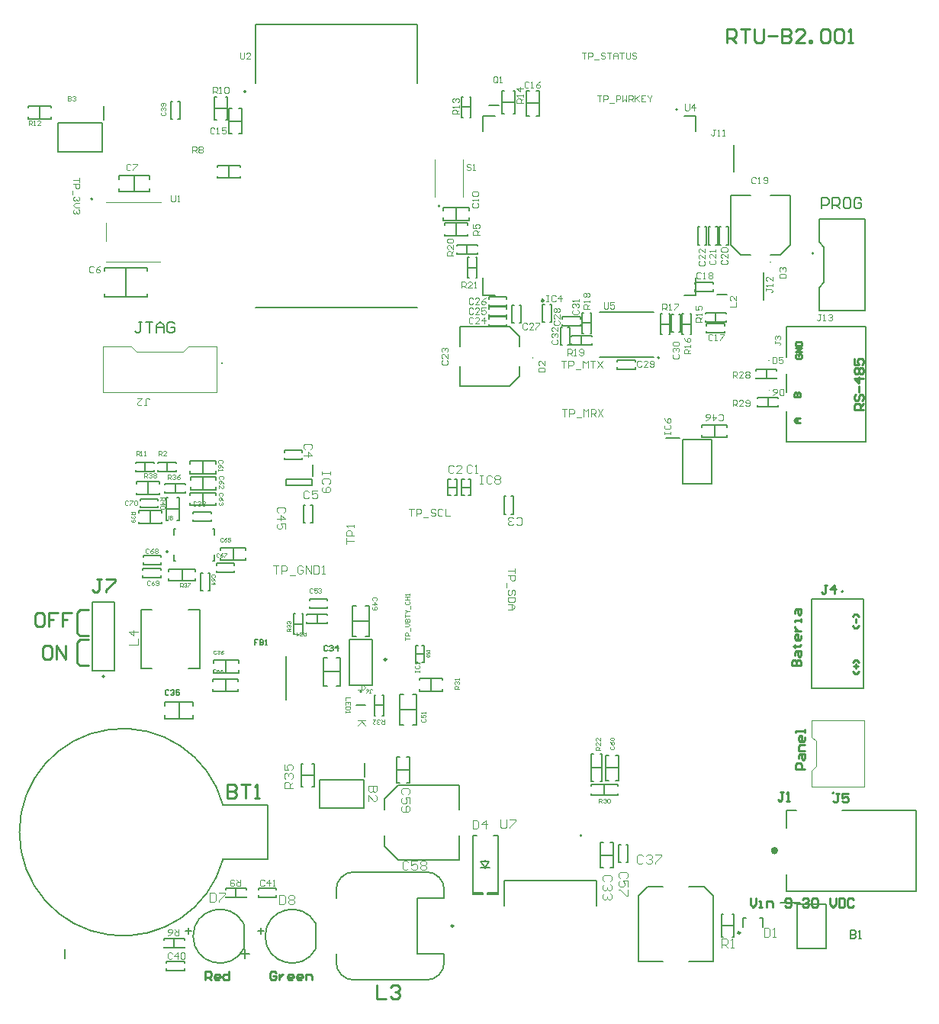
<source format=gto>
G04*
G04 #@! TF.GenerationSoftware,Altium Limited,Altium Designer,21.3.2 (30)*
G04*
G04 Layer_Color=65535*
%FSLAX25Y25*%
%MOIN*%
G70*
G04*
G04 #@! TF.SameCoordinates,6E51047B-58C7-44D0-8EEE-2D495A345CE8*
G04*
G04*
G04 #@! TF.FilePolarity,Positive*
G04*
G01*
G75*
%ADD10C,0.00787*%
%ADD11C,0.00500*%
%ADD12C,0.00984*%
%ADD13C,0.00394*%
%ADD14C,0.01575*%
%ADD15C,0.00591*%
%ADD16C,0.01000*%
%ADD17C,0.00833*%
D10*
X39852Y143011D02*
G03*
X39852Y143011I-394J0D01*
G01*
X362697Y180118D02*
G03*
X362697Y180118I-394J0D01*
G01*
X101614Y398522D02*
G03*
X101614Y398522I-394J0D01*
G01*
X358268Y91732D02*
G03*
X358268Y92520I0J394D01*
G01*
D02*
G03*
X358268Y91732I0J-394D01*
G01*
X290276Y390727D02*
G03*
X290276Y390727I-394J0D01*
G01*
X91062Y279752D02*
G03*
X91456Y279752I197J0D01*
G01*
D02*
G03*
X91062Y279752I-197J0D01*
G01*
D02*
G03*
X91456Y279752I197J0D01*
G01*
X67637Y197561D02*
G03*
X67637Y197561I-394J0D01*
G01*
X152272Y136295D02*
G03*
X152272Y136295I-394J0D01*
G01*
X180496Y10357D02*
G03*
X188370Y18231I0J7874D01*
G01*
Y49727D02*
G03*
X180496Y57601I-7874J0D01*
G01*
X149000D02*
G03*
X141126Y49727I0J-7874D01*
G01*
Y18231D02*
G03*
X149000Y10357I7874J0D01*
G01*
X248480Y73465D02*
G03*
X248480Y73465I-394J0D01*
G01*
X100743Y35045D02*
G03*
X100743Y24011I-10376J-5517D01*
G01*
X132239Y35045D02*
G03*
X132239Y24011I-10376J-5517D01*
G01*
X349803Y327835D02*
G03*
X349803Y327835I-394J0D01*
G01*
X185709Y348522D02*
G03*
X186496Y348522I394J0D01*
G01*
D02*
G03*
X185709Y348522I-394J0D01*
G01*
X34262Y351170D02*
G03*
X34262Y351957I0J394D01*
G01*
D02*
G03*
X34262Y351170I0J-394D01*
G01*
X282386Y282223D02*
G03*
X282386Y282223I-394J0D01*
G01*
X39447Y386194D02*
Y392198D01*
X19545Y384816D02*
X38837D01*
X19545Y372218D02*
Y384816D01*
Y372218D02*
X38837D01*
Y384816D01*
X337992Y245571D02*
X372638D01*
X337992D02*
Y258957D01*
X372638Y245571D02*
Y295768D01*
X337992D02*
X372638D01*
X337992Y282382D02*
Y295768D01*
Y267028D02*
Y275098D01*
X168150Y62874D02*
X194921D01*
Y73504D01*
Y84921D02*
Y95551D01*
X168150D02*
X194921D01*
X162244Y68779D02*
Y73504D01*
Y68779D02*
X168150Y62874D01*
X162244Y89646D02*
X168150Y95551D01*
X162244Y84921D02*
Y89646D01*
X130772Y230566D02*
Y235487D01*
X119158Y229188D02*
X130576D01*
X119158Y226629D02*
Y229188D01*
Y226629D02*
X130576D01*
Y229188D01*
X149812Y130452D02*
X153945D01*
X72428Y124666D02*
Y131752D01*
X66227Y124666D02*
Y126241D01*
Y124666D02*
X78628D01*
Y126241D01*
X66227Y130178D02*
Y131752D01*
X78628D01*
Y130178D02*
Y131752D01*
X292677Y246620D02*
X305275D01*
Y227329D02*
Y246620D01*
X292677Y227329D02*
X305275D01*
X292677D02*
Y246620D01*
X285295Y247132D02*
X291299D01*
X119223Y132675D02*
Y151967D01*
X135676Y151247D02*
X137250D01*
X135676Y138845D02*
Y151247D01*
Y138845D02*
X137250D01*
X141187Y151247D02*
X142762D01*
Y138845D02*
Y151247D01*
X141187Y138845D02*
X142762D01*
X135676Y145046D02*
X142762D01*
X141126Y18231D02*
Y21774D01*
Y46184D02*
Y49727D01*
X188370Y46184D02*
Y49727D01*
X176559Y46184D02*
X188370D01*
X176559Y21774D02*
Y46184D01*
Y21774D02*
X188370D01*
Y18231D02*
Y21774D01*
X149000Y10357D02*
X180496D01*
X149000Y57601D02*
X180496D01*
X335224Y44199D02*
X341228D01*
X342606Y24297D02*
Y43588D01*
Y24297D02*
X355205D01*
Y43588D01*
X342606D02*
X355205D01*
X153107Y85356D02*
Y97955D01*
X133816Y85356D02*
X153107D01*
X133816D02*
Y97955D01*
X153107D01*
X153717Y99332D02*
Y105336D01*
X273307Y18583D02*
Y47326D01*
Y18583D02*
X283937D01*
X295354D02*
X305984D01*
X277241Y51260D02*
X283937D01*
X273307Y47326D02*
X277241Y51260D01*
X305984Y18583D02*
Y47326D01*
X295354Y51260D02*
X302050D01*
X305984Y47326D01*
X326220Y37461D02*
X327598D01*
Y33524D02*
Y37461D01*
X318937D02*
X320315D01*
X318937Y33524D02*
Y37461D01*
X204395Y59462D02*
X208332D01*
X206363D02*
X207938Y62218D01*
X204395D02*
X206363Y59462D01*
X204395Y62218D02*
X207938D01*
X206363Y59068D02*
Y59462D01*
Y62218D02*
Y63005D01*
X209989Y73537D02*
X211863D01*
X207363Y47773D02*
Y48537D01*
X211863D01*
Y73537D01*
X207363Y47773D02*
X211863D01*
Y48537D01*
X200863Y73537D02*
X202737D01*
X205363Y47773D02*
Y48537D01*
X200863D02*
X205363D01*
X200863D02*
Y73537D01*
Y47773D02*
X205363D01*
X200863D02*
Y48537D01*
X100787Y24094D02*
Y34961D01*
X132283Y24094D02*
Y34961D01*
X307657Y309937D02*
X311791D01*
X207953Y392617D02*
X212283D01*
X330984Y327262D02*
X335315D01*
X339646Y331593D01*
Y353246D01*
X330984D02*
X339646D01*
X317992Y327262D02*
X322323D01*
X313661Y331593D02*
X317992Y327262D01*
X313661Y331593D02*
Y353246D01*
X322323D01*
X221142Y287105D02*
Y291435D01*
X216811Y295766D02*
X221142Y291435D01*
X195157Y295766D02*
X216811D01*
X195157Y287105D02*
Y295766D01*
X221142Y274113D02*
Y278443D01*
X216811Y269782D02*
X221142Y274113D01*
X195157Y269782D02*
X216811D01*
X195157D02*
Y278443D01*
X353346Y347341D02*
Y352064D01*
X355707D01*
X356494Y351277D01*
Y349702D01*
X355707Y348915D01*
X353346D01*
X358068Y347341D02*
Y352064D01*
X360430D01*
X361217Y351277D01*
Y349702D01*
X360430Y348915D01*
X358068D01*
X359643D02*
X361217Y347341D01*
X365153Y352064D02*
X363579D01*
X362791Y351277D01*
Y348128D01*
X363579Y347341D01*
X365153D01*
X365940Y348128D01*
Y351277D01*
X365153Y352064D01*
X370663Y351277D02*
X369876Y352064D01*
X368301D01*
X367514Y351277D01*
Y348128D01*
X368301Y347341D01*
X369876D01*
X370663Y348128D01*
Y349702D01*
X369089D01*
X56350Y297920D02*
X54776D01*
X55563D01*
Y293984D01*
X54776Y293197D01*
X53989D01*
X53202Y293984D01*
X57925Y297920D02*
X61073D01*
X59499D01*
Y293197D01*
X62648D02*
Y296345D01*
X64222Y297920D01*
X65796Y296345D01*
Y293197D01*
Y295558D01*
X62648D01*
X70519Y297132D02*
X69732Y297920D01*
X68158D01*
X67370Y297132D01*
Y293984D01*
X68158Y293197D01*
X69732D01*
X70519Y293984D01*
Y295558D01*
X68945D01*
X365877Y32056D02*
Y28513D01*
X367648D01*
X368238Y29104D01*
Y29694D01*
X367648Y30285D01*
X365877D01*
X367648D01*
X368238Y30875D01*
Y31465D01*
X367648Y32056D01*
X365877D01*
X369419Y28513D02*
X370600D01*
X370009D01*
Y32056D01*
X369419Y31465D01*
D11*
X91735Y86698D02*
G03*
X91735Y63260I-43735J-11719D01*
G01*
X34714Y145570D02*
X44202D01*
X34714Y175570D02*
X44202D01*
X34714Y145570D02*
Y175570D01*
X44202Y145570D02*
Y175570D01*
X348917Y137992D02*
Y176969D01*
X371555D01*
Y137992D02*
Y176969D01*
X348917Y137992D02*
X371555D01*
X176654Y402026D02*
Y427813D01*
X105787Y402026D02*
Y427813D01*
X176654D01*
X105787Y304191D02*
X176654D01*
X205394Y381199D02*
Y387892D01*
X210512D01*
X205394Y309546D02*
Y317223D01*
Y309546D02*
X210512D01*
X293189D02*
X298307D01*
Y317223D01*
X293189Y387892D02*
X298307D01*
Y381199D02*
Y387892D01*
X99196Y21829D02*
X103133D01*
X101164Y19861D02*
Y23798D01*
X22424Y19861D02*
Y23798D01*
X91715Y86770D02*
X111243D01*
Y63188D02*
Y86770D01*
X91715Y63188D02*
X111243D01*
X55951Y172090D02*
X60678D01*
X76697D02*
X81424D01*
X76697Y146617D02*
X81424D01*
X55951D02*
X60678D01*
X81424D02*
Y172090D01*
X55951Y146617D02*
Y172090D01*
X70196Y193624D02*
X70787D01*
X70196D02*
Y196183D01*
Y204845D02*
Y207404D01*
X70787D01*
X87322Y193624D02*
X87913D01*
Y196183D01*
Y204845D02*
Y207404D01*
X87322D02*
X87913D01*
X146957Y139248D02*
Y159248D01*
X156800D01*
Y139248D02*
Y159248D01*
X146957Y139248D02*
X156800D01*
X214535Y54004D02*
X254835D01*
X214535Y42874D02*
Y54004D01*
X254835Y42874D02*
Y54004D01*
X394488Y49213D02*
Y84646D01*
X337795Y49213D02*
X394488D01*
X337795Y84646D02*
X342323D01*
X337795Y49213D02*
Y56496D01*
X362402Y84646D02*
X394488D01*
X337795Y76968D02*
Y84646D01*
X354331Y315049D02*
Y330620D01*
X352165Y302933D02*
X372244D01*
Y342736D01*
X352165D02*
X372244D01*
X352165Y332785D02*
X354331Y330620D01*
X352165Y332785D02*
Y342736D01*
Y312884D02*
X354331Y315049D01*
X352165Y302933D02*
Y312884D01*
X327835Y307575D02*
Y319386D01*
X256181Y302065D02*
X279803D01*
X256181Y282380D02*
X279803D01*
X314843Y363483D02*
Y375294D01*
D12*
X163113Y150404D02*
G03*
X163113Y150404I-492J0D01*
G01*
X192405Y33979D02*
G03*
X192405Y33979I-492J0D01*
G01*
X317657Y31063D02*
G03*
X317657Y31063I-492J0D01*
G01*
X231870Y307184D02*
G03*
X231870Y307184I-492J0D01*
G01*
D13*
X330568Y267881D02*
G03*
X330174Y267881I-197J0D01*
G01*
D02*
G03*
X330568Y267881I197J0D01*
G01*
X330388Y280956D02*
G03*
X329995Y280956I-197J0D01*
G01*
D02*
G03*
X330388Y280956I197J0D01*
G01*
X199995Y224278D02*
G03*
X199601Y224278I-197J0D01*
G01*
D02*
G03*
X199995Y224278I197J0D01*
G01*
X330697Y324113D02*
G03*
X331090Y324113I197J0D01*
G01*
D02*
G03*
X330697Y324113I-197J0D01*
G01*
X227047Y281880D02*
G03*
X227047Y282274I0J197D01*
G01*
D02*
G03*
X227047Y281880I0J-197D01*
G01*
X371850Y94685D02*
Y123819D01*
X349016Y94685D02*
X371654D01*
X349016Y123819D02*
X371850D01*
X350787Y103740D02*
Y114764D01*
X349016Y116535D02*
X350787Y114764D01*
X349016Y116535D02*
Y123819D01*
Y101969D02*
X350787Y103740D01*
X349016Y94685D02*
Y101969D01*
X89035Y267213D02*
Y287292D01*
X39232Y267213D02*
X89035D01*
X39232D02*
Y287292D01*
X54005Y284969D02*
X74261D01*
X76584Y287292D01*
X89035D01*
X51682D02*
X54005Y284969D01*
X39232Y287292D02*
X51682D01*
X184134Y352459D02*
Y368896D01*
X196732Y352459D02*
Y368896D01*
X40534Y333241D02*
Y341178D01*
Y350193D02*
X64550D01*
X40731Y324288D02*
X64353D01*
X150697Y139114D02*
X152796D01*
X153846Y138064D01*
X152796Y137015D01*
X150697D01*
X152272D01*
Y139114D01*
X153846Y123759D02*
X150697D01*
X151747D01*
X153846Y121660D01*
X152272Y123235D01*
X150697Y121660D01*
X109779Y53796D02*
X109320Y54255D01*
X108402D01*
X107943Y53796D01*
Y51959D01*
X108402Y51500D01*
X109320D01*
X109779Y51959D01*
X112075Y51500D02*
Y54255D01*
X110698Y52878D01*
X112534D01*
X113453Y51500D02*
X114371D01*
X113912D01*
Y54255D01*
X113453Y53796D01*
X69479Y21896D02*
X69020Y22355D01*
X68102D01*
X67643Y21896D01*
Y20059D01*
X68102Y19600D01*
X69020D01*
X69479Y20059D01*
X71775Y19600D02*
Y22355D01*
X70398Y20978D01*
X72234D01*
X73153Y21896D02*
X73612Y22355D01*
X74530D01*
X74989Y21896D01*
Y20059D01*
X74530Y19600D01*
X73612D01*
X73153Y20059D01*
Y21896D01*
X6962Y383759D02*
Y385726D01*
X7946D01*
X8274Y385399D01*
Y384742D01*
X7946Y384415D01*
X6962D01*
X7618D02*
X8274Y383759D01*
X8930D02*
X9586D01*
X9258D01*
Y385726D01*
X8930Y385399D01*
X11881Y383759D02*
X10570D01*
X11881Y385070D01*
Y385399D01*
X11553Y385726D01*
X10898D01*
X10570Y385399D01*
X23835Y396341D02*
Y394373D01*
X24819D01*
X25146Y394701D01*
Y395029D01*
X24819Y395357D01*
X23835D01*
X24819D01*
X25146Y395685D01*
Y396013D01*
X24819Y396341D01*
X23835D01*
X25802Y396013D02*
X26131Y396341D01*
X26786D01*
X27114Y396013D01*
Y395685D01*
X26786Y395357D01*
X26458D01*
X26786D01*
X27114Y395029D01*
Y394701D01*
X26786Y394373D01*
X26131D01*
X25802Y394701D01*
X332855Y289398D02*
Y288611D01*
Y289005D01*
X334823D01*
X335216Y288611D01*
Y288217D01*
X334823Y287824D01*
X333248Y290185D02*
X332855Y290579D01*
Y291366D01*
X333248Y291760D01*
X333642D01*
X334035Y291366D01*
Y290972D01*
Y291366D01*
X334429Y291760D01*
X334823D01*
X335216Y291366D01*
Y290579D01*
X334823Y290185D01*
X293583Y393009D02*
Y390714D01*
X294042Y390254D01*
X294960D01*
X295419Y390714D01*
Y393009D01*
X297715Y390254D02*
Y393009D01*
X296338Y391632D01*
X298174D01*
X57361Y261449D02*
X58410D01*
X57886D01*
Y264073D01*
X58410Y264597D01*
X58935D01*
X59460Y264073D01*
X54212Y264597D02*
X56311D01*
X54212Y262498D01*
Y261974D01*
X54737Y261449D01*
X55787D01*
X56311Y261974D01*
X64843Y389423D02*
X64515Y389095D01*
Y388439D01*
X64843Y388111D01*
X66155D01*
X66483Y388439D01*
Y389095D01*
X66155Y389423D01*
X64843Y390079D02*
X64515Y390407D01*
Y391063D01*
X64843Y391391D01*
X65171D01*
X65499Y391063D01*
Y390735D01*
Y391063D01*
X65827Y391391D01*
X66155D01*
X66483Y391063D01*
Y390407D01*
X66155Y390079D01*
Y392047D02*
X66483Y392374D01*
Y393031D01*
X66155Y393358D01*
X64843D01*
X64515Y393031D01*
Y392374D01*
X64843Y392047D01*
X65171D01*
X65499Y392374D01*
Y393358D01*
X80057Y219092D02*
X79729Y219420D01*
X79073D01*
X78745Y219092D01*
Y217780D01*
X79073Y217453D01*
X79729D01*
X80057Y217780D01*
X80713Y219092D02*
X81041Y219420D01*
X81697D01*
X82025Y219092D01*
Y218764D01*
X81697Y218437D01*
X81369D01*
X81697D01*
X82025Y218109D01*
Y217780D01*
X81697Y217453D01*
X81041D01*
X80713Y217780D01*
X82681Y219092D02*
X83009Y219420D01*
X83665D01*
X83993Y219092D01*
Y218764D01*
X83665Y218437D01*
X83993Y218109D01*
Y217780D01*
X83665Y217453D01*
X83009D01*
X82681Y217780D01*
Y218109D01*
X83009Y218437D01*
X82681Y218764D01*
Y219092D01*
X83009Y218437D02*
X83665D01*
X175467Y144842D02*
Y145498D01*
Y145170D01*
X177435D01*
Y144842D01*
Y145498D01*
X175795Y147794D02*
X175467Y147466D01*
Y146810D01*
X175795Y146482D01*
X177107D01*
X177435Y146810D01*
Y147466D01*
X177107Y147794D01*
X177435Y148450D02*
Y149106D01*
Y148778D01*
X175467D01*
X175795Y148450D01*
X275291Y64353D02*
X274636Y65009D01*
X273324D01*
X272668Y64353D01*
Y61729D01*
X273324Y61073D01*
X274636D01*
X275291Y61729D01*
X276603Y64353D02*
X277259Y65009D01*
X278571D01*
X279227Y64353D01*
Y63697D01*
X278571Y63041D01*
X277915D01*
X278571D01*
X279227Y62385D01*
Y61729D01*
X278571Y61073D01*
X277259D01*
X276603Y61729D01*
X280539Y65009D02*
X283163D01*
Y64353D01*
X280539Y61729D01*
Y61073D01*
X88695Y154064D02*
X88432Y154327D01*
X87907D01*
X87645Y154064D01*
Y153015D01*
X87907Y152752D01*
X88432D01*
X88695Y153015D01*
X89219Y154064D02*
X89482Y154327D01*
X90007D01*
X90269Y154064D01*
Y153802D01*
X90007Y153540D01*
X89744D01*
X90007D01*
X90269Y153277D01*
Y153015D01*
X90007Y152752D01*
X89482D01*
X89219Y153015D01*
X91843Y154327D02*
X91318Y154064D01*
X90794Y153540D01*
Y153015D01*
X91056Y152752D01*
X91581D01*
X91843Y153015D01*
Y153277D01*
X91581Y153540D01*
X90794D01*
X260769Y53490D02*
X261425Y54146D01*
Y55458D01*
X260769Y56114D01*
X258145D01*
X257489Y55458D01*
Y54146D01*
X258145Y53490D01*
X260769Y52178D02*
X261425Y51522D01*
Y50210D01*
X260769Y49554D01*
X260113D01*
X259457Y50210D01*
Y50866D01*
Y50210D01*
X258801Y49554D01*
X258145D01*
X257489Y50210D01*
Y51522D01*
X258145Y52178D01*
X260769Y48242D02*
X261425Y47586D01*
Y46274D01*
X260769Y45619D01*
X260113D01*
X259457Y46274D01*
Y46930D01*
Y46274D01*
X258801Y45619D01*
X258145D01*
X257489Y46274D01*
Y47586D01*
X258145Y48242D01*
X66845Y213227D02*
Y211915D01*
X67107Y211652D01*
X67632D01*
X67895Y211915D01*
Y213227D01*
X68419Y212964D02*
X68682Y213227D01*
X69207D01*
X69469Y212964D01*
Y212702D01*
X69207Y212440D01*
X69469Y212177D01*
Y211915D01*
X69207Y211652D01*
X68682D01*
X68419Y211915D01*
Y212177D01*
X68682Y212440D01*
X68419Y212702D01*
Y212964D01*
X68682Y212440D02*
X69207D01*
X212968Y80609D02*
Y77329D01*
X213624Y76673D01*
X214936D01*
X215592Y77329D01*
Y80609D01*
X216903D02*
X219527D01*
Y79953D01*
X216903Y77329D01*
Y76673D01*
X171378Y158878D02*
Y160190D01*
Y159534D01*
X173346D01*
Y160846D02*
X171378D01*
Y161830D01*
X171706Y162158D01*
X172362D01*
X172690Y161830D01*
Y160846D01*
X173674Y162814D02*
Y164126D01*
X171378Y164782D02*
X172690D01*
X173346Y165437D01*
X172690Y166094D01*
X171378D01*
Y166749D02*
X173346D01*
Y167733D01*
X173018Y168061D01*
X172690D01*
X172362Y167733D01*
Y166749D01*
Y167733D01*
X172034Y168061D01*
X171706D01*
X171378Y167733D01*
Y166749D01*
Y168717D02*
Y170029D01*
Y169373D01*
X173346D01*
X171378Y170685D02*
X171706D01*
X172362Y171341D01*
X171706Y171997D01*
X171378D01*
X172362Y171341D02*
X173346D01*
X173674Y172653D02*
Y173965D01*
X171706Y175933D02*
X171378Y175605D01*
Y174949D01*
X171706Y174621D01*
X173018D01*
X173346Y174949D01*
Y175605D01*
X173018Y175933D01*
X171378Y176589D02*
X173346D01*
X172362D01*
Y177901D01*
X171378D01*
X173346D01*
Y178557D02*
Y179213D01*
Y178885D01*
X171378D01*
X171706Y178557D01*
X113664Y191389D02*
X116026D01*
X114845D01*
Y187847D01*
X117206D02*
Y191389D01*
X118977D01*
X119568Y190798D01*
Y189618D01*
X118977Y189027D01*
X117206D01*
X120748Y187256D02*
X123110D01*
X126652Y190798D02*
X126062Y191389D01*
X124881D01*
X124291Y190798D01*
Y188437D01*
X124881Y187847D01*
X126062D01*
X126652Y188437D01*
Y189618D01*
X125471D01*
X127833Y187847D02*
Y191389D01*
X130194Y187847D01*
Y191389D01*
X131375D02*
Y187847D01*
X133146D01*
X133736Y188437D01*
Y190798D01*
X133146Y191389D01*
X131375D01*
X134917Y187847D02*
X136098D01*
X135508D01*
Y191389D01*
X134917Y190798D01*
X53768Y239373D02*
Y241341D01*
X54752D01*
X55080Y241013D01*
Y240357D01*
X54752Y240029D01*
X53768D01*
X54424D02*
X55080Y239373D01*
X55735D02*
X56392D01*
X56063D01*
Y241341D01*
X55735Y241013D01*
X57375Y239373D02*
X58031D01*
X57703D01*
Y241341D01*
X57375Y241013D01*
X63468Y239373D02*
Y241341D01*
X64452D01*
X64780Y241013D01*
Y240357D01*
X64452Y240029D01*
X63468D01*
X64124D02*
X64780Y239373D01*
X66747D02*
X65435D01*
X66747Y240685D01*
Y241013D01*
X66420Y241341D01*
X65763D01*
X65435Y241013D01*
X64300Y221290D02*
X66268D01*
Y220306D01*
X65940Y219978D01*
X65284D01*
X64956Y220306D01*
Y221290D01*
Y220634D02*
X64300Y219978D01*
Y218338D02*
X66268D01*
X65284Y219322D01*
Y218010D01*
X65940Y217354D02*
X66268Y217026D01*
Y216370D01*
X65940Y216042D01*
X64628D01*
X64300Y216370D01*
Y217026D01*
X64628Y217354D01*
X65940D01*
X51518Y214744D02*
X53092D01*
Y213957D01*
X52830Y213695D01*
X52305D01*
X52043Y213957D01*
Y214744D01*
Y214220D02*
X51518Y213695D01*
X52830Y213170D02*
X53092Y212908D01*
Y212383D01*
X52830Y212121D01*
X52567D01*
X52305Y212383D01*
Y212645D01*
Y212383D01*
X52043Y212121D01*
X51780D01*
X51518Y212383D01*
Y212908D01*
X51780Y213170D01*
Y211596D02*
X51518Y211333D01*
Y210809D01*
X51780Y210546D01*
X52830D01*
X53092Y210809D01*
Y211333D01*
X52830Y211596D01*
X52567D01*
X52305Y211333D01*
Y210546D01*
X57391Y229802D02*
Y231770D01*
X58375D01*
X58703Y231442D01*
Y230786D01*
X58375Y230458D01*
X57391D01*
X58047D02*
X58703Y229802D01*
X59359Y231442D02*
X59687Y231770D01*
X60343D01*
X60671Y231442D01*
Y231114D01*
X60343Y230786D01*
X60015D01*
X60343D01*
X60671Y230458D01*
Y230130D01*
X60343Y229802D01*
X59687D01*
X59359Y230130D01*
X61327Y231442D02*
X61655Y231770D01*
X62311D01*
X62639Y231442D01*
Y231114D01*
X62311Y230786D01*
X62639Y230458D01*
Y230130D01*
X62311Y229802D01*
X61655D01*
X61327Y230130D01*
Y230458D01*
X61655Y230786D01*
X61327Y231114D01*
Y231442D01*
X61655Y230786D02*
X62311D01*
X73060Y182105D02*
Y183679D01*
X73847D01*
X74109Y183417D01*
Y182892D01*
X73847Y182630D01*
X73060D01*
X73584D02*
X74109Y182105D01*
X74634Y183417D02*
X74896Y183679D01*
X75421D01*
X75683Y183417D01*
Y183154D01*
X75421Y182892D01*
X75159D01*
X75421D01*
X75683Y182630D01*
Y182367D01*
X75421Y182105D01*
X74896D01*
X74634Y182367D01*
X76208Y183679D02*
X77258D01*
Y183417D01*
X76208Y182367D01*
Y182105D01*
X67566Y229308D02*
Y231276D01*
X68550D01*
X68878Y230948D01*
Y230292D01*
X68550Y229964D01*
X67566D01*
X68222D02*
X68878Y229308D01*
X69534Y230948D02*
X69862Y231276D01*
X70518D01*
X70846Y230948D01*
Y230620D01*
X70518Y230292D01*
X70190D01*
X70518D01*
X70846Y229964D01*
Y229636D01*
X70518Y229308D01*
X69862D01*
X69534Y229636D01*
X72813Y231276D02*
X72157Y230948D01*
X71501Y230292D01*
Y229636D01*
X71829Y229308D01*
X72485D01*
X72813Y229636D01*
Y229964D01*
X72485Y230292D01*
X71501D01*
X122351Y94147D02*
X118415D01*
Y96115D01*
X119071Y96771D01*
X120383D01*
X121039Y96115D01*
Y94147D01*
Y95459D02*
X122351Y96771D01*
X119071Y98083D02*
X118415Y98739D01*
Y100051D01*
X119071Y100707D01*
X119727D01*
X120383Y100051D01*
Y99395D01*
Y100051D01*
X121039Y100707D01*
X121695D01*
X122351Y100051D01*
Y98739D01*
X121695Y98083D01*
X118415Y104642D02*
Y102019D01*
X120383D01*
X119727Y103331D01*
Y103987D01*
X120383Y104642D01*
X121695D01*
X122351Y103987D01*
Y102675D01*
X121695Y102019D01*
X127910Y162313D02*
Y160738D01*
X127123D01*
X126860Y161001D01*
Y161525D01*
X127123Y161788D01*
X127910D01*
X127385D02*
X126860Y162313D01*
X126336Y161001D02*
X126073Y160738D01*
X125549D01*
X125286Y161001D01*
Y161263D01*
X125549Y161525D01*
X125811D01*
X125549D01*
X125286Y161788D01*
Y162050D01*
X125549Y162313D01*
X126073D01*
X126336Y162050D01*
X123974Y162313D02*
Y160738D01*
X124761Y161525D01*
X123712D01*
X121268Y162859D02*
X119694D01*
Y163646D01*
X119956Y163909D01*
X120481D01*
X120743Y163646D01*
Y162859D01*
Y163384D02*
X121268Y163909D01*
X119956Y164434D02*
X119694Y164696D01*
Y165221D01*
X119956Y165483D01*
X120219D01*
X120481Y165221D01*
Y164958D01*
Y165221D01*
X120743Y165483D01*
X121006D01*
X121268Y165221D01*
Y164696D01*
X121006Y164434D01*
X119956Y166008D02*
X119694Y166270D01*
Y166795D01*
X119956Y167057D01*
X120219D01*
X120481Y166795D01*
Y166533D01*
Y166795D01*
X120743Y167057D01*
X121006D01*
X121268Y166795D01*
Y166270D01*
X121006Y166008D01*
X162339Y124113D02*
Y122146D01*
X161355D01*
X161027Y122474D01*
Y123129D01*
X161355Y123458D01*
X162339D01*
X161683D02*
X161027Y124113D01*
X160371Y122474D02*
X160043Y122146D01*
X159387D01*
X159059Y122474D01*
Y122801D01*
X159387Y123129D01*
X159715D01*
X159387D01*
X159059Y123458D01*
Y123785D01*
X159387Y124113D01*
X160043D01*
X160371Y123785D01*
X157091Y124113D02*
X158403D01*
X157091Y122801D01*
Y122474D01*
X157419Y122146D01*
X158075D01*
X158403Y122474D01*
X194862Y137624D02*
X192894D01*
Y138608D01*
X193222Y138936D01*
X193878D01*
X194206Y138608D01*
Y137624D01*
Y138280D02*
X194862Y138936D01*
X193222Y139592D02*
X192894Y139920D01*
Y140576D01*
X193222Y140904D01*
X193550D01*
X193878Y140576D01*
Y140248D01*
Y140576D01*
X194206Y140904D01*
X194534D01*
X194862Y140576D01*
Y139920D01*
X194534Y139592D01*
X194862Y141560D02*
Y142216D01*
Y141887D01*
X192894D01*
X193222Y141560D01*
X256486Y110801D02*
X254518D01*
Y111785D01*
X254846Y112113D01*
X255502D01*
X255830Y111785D01*
Y110801D01*
Y111457D02*
X256486Y112113D01*
Y114081D02*
Y112769D01*
X255174Y114081D01*
X254846D01*
X254518Y113753D01*
Y113097D01*
X254846Y112769D01*
X256486Y116049D02*
Y114737D01*
X255174Y116049D01*
X254846D01*
X254518Y115721D01*
Y115065D01*
X254846Y114737D01*
X147243Y133732D02*
X145275D01*
Y132420D01*
X147243Y130452D02*
Y131764D01*
X145275D01*
Y130452D01*
X146259Y131764D02*
Y131108D01*
X147243Y129796D02*
X145275D01*
Y128813D01*
X145603Y128484D01*
X146915D01*
X147243Y128813D01*
Y129796D01*
X145275Y127829D02*
Y127173D01*
Y127501D01*
X147243D01*
X146915Y127829D01*
X50494Y156741D02*
X54430D01*
Y159364D01*
Y162644D02*
X50494D01*
X52462Y160677D01*
Y163300D01*
X155724Y135981D02*
X156248D01*
X155986D01*
Y137293D01*
X156248Y137555D01*
X156511D01*
X156773Y137293D01*
X154149Y135981D02*
X154674Y136243D01*
X155199Y136768D01*
Y137293D01*
X154936Y137555D01*
X154412D01*
X154149Y137293D01*
Y137030D01*
X154412Y136768D01*
X155199D01*
X50219Y219543D02*
X49891Y219871D01*
X49235D01*
X48907Y219543D01*
Y218231D01*
X49235Y217903D01*
X49891D01*
X50219Y218231D01*
X50875Y219871D02*
X52187D01*
Y219543D01*
X50875Y218231D01*
Y217903D01*
X52843Y219543D02*
X53171Y219871D01*
X53827D01*
X54155Y219543D01*
Y218231D01*
X53827Y217903D01*
X53171D01*
X52843Y218231D01*
Y219543D01*
X59771Y184584D02*
X59443Y184912D01*
X58787D01*
X58459Y184584D01*
Y183272D01*
X58787Y182944D01*
X59443D01*
X59771Y183272D01*
X61739Y184912D02*
X61083Y184584D01*
X60427Y183928D01*
Y183272D01*
X60755Y182944D01*
X61411D01*
X61739Y183272D01*
Y183600D01*
X61411Y183928D01*
X60427D01*
X62395Y183272D02*
X62723Y182944D01*
X63379D01*
X63707Y183272D01*
Y184584D01*
X63379Y184912D01*
X62723D01*
X62395Y184584D01*
Y184256D01*
X62723Y183928D01*
X63707D01*
X59193Y198512D02*
X58865Y198840D01*
X58209D01*
X57881Y198512D01*
Y197201D01*
X58209Y196873D01*
X58865D01*
X59193Y197201D01*
X61160Y198840D02*
X60504Y198512D01*
X59848Y197856D01*
Y197201D01*
X60176Y196873D01*
X60832D01*
X61160Y197201D01*
Y197529D01*
X60832Y197856D01*
X59848D01*
X61816Y198512D02*
X62144Y198840D01*
X62800D01*
X63128Y198512D01*
Y198185D01*
X62800Y197856D01*
X63128Y197529D01*
Y197201D01*
X62800Y196873D01*
X62144D01*
X61816Y197201D01*
Y197529D01*
X62144Y197856D01*
X61816Y198185D01*
Y198512D01*
X62144Y197856D02*
X62800D01*
X89995Y196464D02*
X89732Y196727D01*
X89208D01*
X88945Y196464D01*
Y195415D01*
X89208Y195152D01*
X89732D01*
X89995Y195415D01*
X91569Y196727D02*
X91044Y196464D01*
X90519Y195940D01*
Y195415D01*
X90782Y195152D01*
X91307D01*
X91569Y195415D01*
Y195677D01*
X91307Y195940D01*
X90519D01*
X92094Y196727D02*
X93143D01*
Y196464D01*
X92094Y195415D01*
Y195152D01*
X88495Y145864D02*
X88232Y146127D01*
X87708D01*
X87445Y145864D01*
Y144815D01*
X87708Y144553D01*
X88232D01*
X88495Y144815D01*
X90069Y146127D02*
X89544Y145864D01*
X89019Y145340D01*
Y144815D01*
X89282Y144553D01*
X89806D01*
X90069Y144815D01*
Y145077D01*
X89806Y145340D01*
X89019D01*
X91643Y146127D02*
X91118Y145864D01*
X90594Y145340D01*
Y144815D01*
X90856Y144553D01*
X91381D01*
X91643Y144815D01*
Y145077D01*
X91381Y145340D01*
X90594D01*
X91695Y203264D02*
X91432Y203527D01*
X90908D01*
X90645Y203264D01*
Y202215D01*
X90908Y201953D01*
X91432D01*
X91695Y202215D01*
X93269Y203527D02*
X92744Y203264D01*
X92219Y202740D01*
Y202215D01*
X92482Y201953D01*
X93006D01*
X93269Y202215D01*
Y202477D01*
X93006Y202740D01*
X92219D01*
X94843Y203527D02*
X93794D01*
Y202740D01*
X94318Y203002D01*
X94581D01*
X94843Y202740D01*
Y202215D01*
X94581Y201953D01*
X94056D01*
X93794Y202215D01*
X88040Y186371D02*
X88302Y186633D01*
Y187158D01*
X88040Y187420D01*
X86990D01*
X86728Y187158D01*
Y186633D01*
X86990Y186371D01*
X88302Y184797D02*
X88040Y185321D01*
X87515Y185846D01*
X86990D01*
X86728Y185584D01*
Y185059D01*
X86990Y184797D01*
X87253D01*
X87515Y185059D01*
Y185846D01*
X86728Y183485D02*
X88302D01*
X87515Y184272D01*
Y183222D01*
X91408Y221797D02*
X91736Y222125D01*
Y222781D01*
X91408Y223109D01*
X90096D01*
X89768Y222781D01*
Y222125D01*
X90096Y221797D01*
X91736Y219829D02*
X91408Y220485D01*
X90752Y221141D01*
X90096D01*
X89768Y220813D01*
Y220157D01*
X90096Y219829D01*
X90424D01*
X90752Y220157D01*
Y221141D01*
X91408Y219173D02*
X91736Y218845D01*
Y218190D01*
X91408Y217862D01*
X91080D01*
X90752Y218190D01*
Y218517D01*
Y218190D01*
X90424Y217862D01*
X90096D01*
X89768Y218190D01*
Y218845D01*
X90096Y219173D01*
X91644Y229092D02*
X91972Y229420D01*
Y230076D01*
X91644Y230404D01*
X90332D01*
X90004Y230076D01*
Y229420D01*
X90332Y229092D01*
X91972Y227124D02*
X91644Y227780D01*
X90988Y228436D01*
X90332D01*
X90004Y228108D01*
Y227452D01*
X90332Y227124D01*
X90660D01*
X90988Y227452D01*
Y228436D01*
X90004Y225156D02*
Y226468D01*
X91316Y225156D01*
X91644D01*
X91972Y225484D01*
Y226140D01*
X91644Y226468D01*
X91374Y236086D02*
X91703Y236414D01*
Y237070D01*
X91374Y237398D01*
X90063D01*
X89735Y237070D01*
Y236414D01*
X90063Y236086D01*
X91703Y234119D02*
X91374Y234774D01*
X90719Y235430D01*
X90063D01*
X89735Y235102D01*
Y234447D01*
X90063Y234119D01*
X90391D01*
X90719Y234447D01*
Y235430D01*
X89735Y233463D02*
Y232807D01*
Y233135D01*
X91703D01*
X91374Y233463D01*
X261084Y112394D02*
X260756Y112066D01*
Y111410D01*
X261084Y111082D01*
X262396D01*
X262724Y111410D01*
Y112066D01*
X262396Y112394D01*
X260756Y114362D02*
X261084Y113706D01*
X261740Y113050D01*
X262396D01*
X262724Y113378D01*
Y114034D01*
X262396Y114362D01*
X262068D01*
X261740Y114034D01*
Y113050D01*
X261084Y115018D02*
X260756Y115346D01*
Y116002D01*
X261084Y116330D01*
X262396D01*
X262724Y116002D01*
Y115346D01*
X262396Y115018D01*
X261084D01*
X172725Y91592D02*
X173381Y92248D01*
Y93560D01*
X172725Y94216D01*
X170101D01*
X169445Y93560D01*
Y92248D01*
X170101Y91592D01*
X173381Y87657D02*
Y90280D01*
X171413D01*
X172069Y88969D01*
Y88313D01*
X171413Y87657D01*
X170101D01*
X169445Y88313D01*
Y89625D01*
X170101Y90280D01*
Y86345D02*
X169445Y85689D01*
Y84377D01*
X170101Y83721D01*
X172725D01*
X173381Y84377D01*
Y85689D01*
X172725Y86345D01*
X172069D01*
X171413Y85689D01*
Y83721D01*
X172713Y61694D02*
X172057Y62350D01*
X170745D01*
X170089Y61694D01*
Y59070D01*
X170745Y58414D01*
X172057D01*
X172713Y59070D01*
X176649Y62350D02*
X174025D01*
Y60382D01*
X175337Y61038D01*
X175993D01*
X176649Y60382D01*
Y59070D01*
X175993Y58414D01*
X174681D01*
X174025Y59070D01*
X177961Y61694D02*
X178617Y62350D01*
X179929D01*
X180585Y61694D01*
Y61038D01*
X179929Y60382D01*
X180585Y59726D01*
Y59070D01*
X179929Y58414D01*
X178617D01*
X177961Y59070D01*
Y59726D01*
X178617Y60382D01*
X177961Y61038D01*
Y61694D01*
X178617Y60382D02*
X179929D01*
X268009Y54999D02*
X268665Y55655D01*
Y56967D01*
X268009Y57623D01*
X265386D01*
X264730Y56967D01*
Y55655D01*
X265386Y54999D01*
X268665Y51064D02*
Y53687D01*
X266698D01*
X267353Y52375D01*
Y51719D01*
X266698Y51064D01*
X265386D01*
X264730Y51719D01*
Y53031D01*
X265386Y53687D01*
X268665Y49751D02*
Y47128D01*
X268009D01*
X265386Y49751D01*
X264730D01*
X130780Y181113D02*
X130452Y181441D01*
X129796D01*
X129468Y181113D01*
Y179801D01*
X129796Y179473D01*
X130452D01*
X130780Y179801D01*
X132747Y181441D02*
X131436D01*
Y180457D01*
X132091Y180785D01*
X132420D01*
X132747Y180457D01*
Y179801D01*
X132420Y179473D01*
X131764D01*
X131436Y179801D01*
X133403Y181113D02*
X133731Y181441D01*
X134387D01*
X134715Y181113D01*
Y180785D01*
X134387Y180457D01*
X134059D01*
X134387D01*
X134715Y180129D01*
Y179801D01*
X134387Y179473D01*
X133731D01*
X133403Y179801D01*
X178721Y124357D02*
X178393Y124029D01*
Y123373D01*
X178721Y123045D01*
X180033D01*
X180361Y123373D01*
Y124029D01*
X180033Y124357D01*
X178393Y126325D02*
Y125013D01*
X179377D01*
X179050Y125669D01*
Y125997D01*
X179377Y126325D01*
X180033D01*
X180361Y125997D01*
Y125341D01*
X180033Y125013D01*
X180361Y126981D02*
Y127637D01*
Y127309D01*
X178393D01*
X178721Y126981D01*
X181607Y153854D02*
X181804Y154050D01*
Y154444D01*
X181607Y154641D01*
X180820D01*
X180623Y154444D01*
Y154050D01*
X180820Y153854D01*
X181804Y152673D02*
Y153460D01*
X181214D01*
X181411Y153066D01*
Y152870D01*
X181214Y152673D01*
X180820D01*
X180623Y152870D01*
Y153263D01*
X180820Y153460D01*
X181607Y152279D02*
X181804Y152083D01*
Y151689D01*
X181607Y151492D01*
X180820D01*
X180623Y151689D01*
Y152083D01*
X180820Y152279D01*
X181607D01*
X158454Y176268D02*
X158782Y176596D01*
Y177252D01*
X158454Y177579D01*
X157142D01*
X156814Y177252D01*
Y176596D01*
X157142Y176268D01*
X156814Y174628D02*
X158782D01*
X157798Y175612D01*
Y174300D01*
X157142Y173644D02*
X156814Y173316D01*
Y172660D01*
X157142Y172332D01*
X158454D01*
X158782Y172660D01*
Y173316D01*
X158454Y173644D01*
X158126D01*
X157798Y173316D01*
Y172332D01*
X159051Y95093D02*
X155116D01*
Y93125D01*
X155772Y92469D01*
X156428D01*
X157084Y93125D01*
Y95093D01*
Y93125D01*
X157739Y92469D01*
X158396D01*
X159051Y93125D01*
Y95093D01*
X155116Y88533D02*
Y91157D01*
X157739Y88533D01*
X158396D01*
X159051Y89189D01*
Y90501D01*
X158396Y91157D01*
X255805Y87692D02*
Y89660D01*
X256789D01*
X257117Y89332D01*
Y88676D01*
X256789Y88348D01*
X255805D01*
X256461D02*
X257117Y87692D01*
X257773Y89332D02*
X258101Y89660D01*
X258757D01*
X259085Y89332D01*
Y89004D01*
X258757Y88676D01*
X258429D01*
X258757D01*
X259085Y88348D01*
Y88020D01*
X258757Y87692D01*
X258101D01*
X257773Y88020D01*
X259741Y89332D02*
X260069Y89660D01*
X260725D01*
X261053Y89332D01*
Y88020D01*
X260725Y87692D01*
X260069D01*
X259741Y88020D01*
Y89332D01*
X145527Y200998D02*
Y203360D01*
Y202179D01*
X149069D01*
Y204541D02*
X145527D01*
Y206312D01*
X146118Y206902D01*
X147298D01*
X147889Y206312D01*
Y204541D01*
X149069Y208083D02*
Y209264D01*
Y208673D01*
X145527D01*
X146118Y208083D01*
X138449Y232356D02*
Y231175D01*
Y231766D01*
X134907D01*
Y232356D01*
Y231175D01*
X137859Y227043D02*
X138449Y227633D01*
Y228814D01*
X137859Y229404D01*
X135497D01*
X134907Y228814D01*
Y227633D01*
X135497Y227043D01*
Y225862D02*
X134907Y225272D01*
Y224091D01*
X135497Y223501D01*
X137859D01*
X138449Y224091D01*
Y225272D01*
X137859Y225862D01*
X137268D01*
X136678Y225272D01*
Y223501D01*
X118174Y214644D02*
X118764Y215235D01*
Y216415D01*
X118174Y217006D01*
X115812D01*
X115222Y216415D01*
Y215235D01*
X115812Y214644D01*
X115222Y211693D02*
X118764D01*
X116993Y213464D01*
Y211102D01*
X118764Y207560D02*
Y209921D01*
X116993D01*
X117583Y208741D01*
Y208150D01*
X116993Y207560D01*
X115812D01*
X115222Y208150D01*
Y209331D01*
X115812Y209921D01*
X129329Y223625D02*
X128739Y224215D01*
X127558D01*
X126968Y223625D01*
Y221264D01*
X127558Y220673D01*
X128739D01*
X129329Y221264D01*
X132871Y224215D02*
X130510D01*
Y222444D01*
X131691Y223035D01*
X132281D01*
X132871Y222444D01*
Y221264D01*
X132281Y220673D01*
X131100D01*
X130510Y221264D01*
X129985Y242298D02*
X130575Y242889D01*
Y244069D01*
X129985Y244660D01*
X127623D01*
X127033Y244069D01*
Y242889D01*
X127623Y242298D01*
X127033Y239346D02*
X130575D01*
X128804Y241118D01*
Y238756D01*
X203909Y230779D02*
X205090D01*
X204499D01*
Y227237D01*
X203909D01*
X205090D01*
X209222Y230189D02*
X208632Y230779D01*
X207451D01*
X206861Y230189D01*
Y227827D01*
X207451Y227237D01*
X208632D01*
X209222Y227827D01*
X210403Y230189D02*
X210993Y230779D01*
X212174D01*
X212764Y230189D01*
Y229598D01*
X212174Y229008D01*
X212764Y228417D01*
Y227827D01*
X212174Y227237D01*
X210993D01*
X210403Y227827D01*
Y228417D01*
X210993Y229008D01*
X210403Y229598D01*
Y230189D01*
X210993Y229008D02*
X212174D01*
X219837Y209672D02*
X220427Y209082D01*
X221608D01*
X222198Y209672D01*
Y212034D01*
X221608Y212624D01*
X220427D01*
X219837Y212034D01*
X218656Y209672D02*
X218066Y209082D01*
X216885D01*
X216295Y209672D01*
Y210263D01*
X216885Y210853D01*
X217476D01*
X216885D01*
X216295Y211443D01*
Y212034D01*
X216885Y212624D01*
X218066D01*
X218656Y212034D01*
X192529Y234725D02*
X191939Y235315D01*
X190758D01*
X190168Y234725D01*
Y232364D01*
X190758Y231773D01*
X191939D01*
X192529Y232364D01*
X196071Y231773D02*
X193710D01*
X196071Y234135D01*
Y234725D01*
X195481Y235315D01*
X194300D01*
X193710Y234725D01*
X200603Y234806D02*
X200013Y235396D01*
X198832D01*
X198242Y234806D01*
Y232444D01*
X198832Y231854D01*
X200013D01*
X200603Y232444D01*
X201784Y231854D02*
X202965D01*
X202374D01*
Y235396D01*
X201784Y234806D01*
X85965Y48511D02*
Y44576D01*
X87933D01*
X88589Y45232D01*
Y47856D01*
X87933Y48511D01*
X85965D01*
X89901D02*
X92525D01*
Y47856D01*
X89901Y45232D01*
Y44576D01*
X116405Y47558D02*
Y43623D01*
X118373D01*
X119029Y44279D01*
Y46902D01*
X118373Y47558D01*
X116405D01*
X120341Y46902D02*
X120997Y47558D01*
X122309D01*
X122965Y46902D01*
Y46246D01*
X122309Y45591D01*
X122965Y44935D01*
Y44279D01*
X122309Y43623D01*
X120997D01*
X120341Y44279D01*
Y44935D01*
X120997Y45591D01*
X120341Y46246D01*
Y46902D01*
X120997Y45591D02*
X122309D01*
X309620Y24475D02*
Y28411D01*
X311588D01*
X312244Y27755D01*
Y26443D01*
X311588Y25787D01*
X309620D01*
X310932D02*
X312244Y24475D01*
X313556D02*
X314868D01*
X314212D01*
Y28411D01*
X313556Y27755D01*
X200768Y80309D02*
Y76373D01*
X202735D01*
X203392Y77029D01*
Y79653D01*
X202735Y80309D01*
X200768D01*
X206671Y76373D02*
Y80309D01*
X204703Y78341D01*
X207327D01*
X328085Y33031D02*
Y29095D01*
X330053D01*
X330709Y29751D01*
Y32375D01*
X330053Y33031D01*
X328085D01*
X332021Y29095D02*
X333332D01*
X332677D01*
Y33031D01*
X332021Y32375D01*
X352931Y301263D02*
X352013D01*
X352472D01*
Y298968D01*
X352013Y298508D01*
X351554D01*
X351094Y298968D01*
X353850Y298508D02*
X354768D01*
X354309D01*
Y301263D01*
X353850Y300804D01*
X356145D02*
X356605Y301263D01*
X357523D01*
X357982Y300804D01*
Y300345D01*
X357523Y299886D01*
X357064D01*
X357523D01*
X357982Y299427D01*
Y298968D01*
X357523Y298508D01*
X356605D01*
X356145Y298968D01*
X239583Y280969D02*
X241682D01*
X240632D01*
Y277820D01*
X242731D02*
Y280969D01*
X244306D01*
X244830Y280444D01*
Y279395D01*
X244306Y278870D01*
X242731D01*
X245880Y277296D02*
X247979D01*
X249029Y277820D02*
Y280969D01*
X250078Y279919D01*
X251128Y280969D01*
Y277820D01*
X252177Y280969D02*
X254276D01*
X253227D01*
Y277820D01*
X255326Y280969D02*
X257425Y277820D01*
Y280969D02*
X255326Y277820D01*
X239850Y259807D02*
X241949D01*
X240900D01*
Y256659D01*
X242999D02*
Y259807D01*
X244573D01*
X245098Y259283D01*
Y258233D01*
X244573Y257709D01*
X242999D01*
X246147Y256134D02*
X248247D01*
X249296Y256659D02*
Y259807D01*
X250346Y258758D01*
X251395Y259807D01*
Y256659D01*
X252445D02*
Y259807D01*
X254019D01*
X254544Y259283D01*
Y258233D01*
X254019Y257709D01*
X252445D01*
X253494D02*
X254544Y256659D01*
X255593Y259807D02*
X257692Y256659D01*
Y259807D02*
X255593Y256659D01*
X219320Y190176D02*
Y188077D01*
Y189127D01*
X216171D01*
Y187028D02*
X219320D01*
Y185454D01*
X218795Y184929D01*
X217745D01*
X217221Y185454D01*
Y187028D01*
X215647Y183879D02*
Y181780D01*
X218795Y178632D02*
X219320Y179156D01*
Y180206D01*
X218795Y180731D01*
X218270D01*
X217745Y180206D01*
Y179156D01*
X217221Y178632D01*
X216696D01*
X216171Y179156D01*
Y180206D01*
X216696Y180731D01*
X219320Y177582D02*
X216171D01*
Y176008D01*
X216696Y175483D01*
X218795D01*
X219320Y176008D01*
Y177582D01*
X216171Y174434D02*
X218270D01*
X219320Y173384D01*
X218270Y172335D01*
X216171D01*
X217745D01*
Y174434D01*
X173011Y216247D02*
X175110D01*
X174060D01*
Y213098D01*
X176159D02*
Y216247D01*
X177734D01*
X178258Y215722D01*
Y214672D01*
X177734Y214147D01*
X176159D01*
X179308Y212573D02*
X181407D01*
X184556Y215722D02*
X184031Y216247D01*
X182981D01*
X182457Y215722D01*
Y215197D01*
X182981Y214672D01*
X184031D01*
X184556Y214147D01*
Y213623D01*
X184031Y213098D01*
X182981D01*
X182457Y213623D01*
X187704Y215722D02*
X187180Y216247D01*
X186130D01*
X185605Y215722D01*
Y213623D01*
X186130Y213098D01*
X187180D01*
X187704Y213623D01*
X188754Y216247D02*
Y213098D01*
X190853D01*
X284508Y248806D02*
Y249724D01*
Y249265D01*
X287263D01*
Y248806D01*
Y249724D01*
X284967Y252938D02*
X284508Y252479D01*
Y251561D01*
X284967Y251102D01*
X286804D01*
X287263Y251561D01*
Y252479D01*
X286804Y252938D01*
X284508Y255693D02*
X284967Y254775D01*
X285885Y253857D01*
X286804D01*
X287263Y254316D01*
Y255234D01*
X286804Y255693D01*
X286345D01*
X285885Y255234D01*
Y253857D01*
X308253Y255200D02*
X308712Y254741D01*
X309630D01*
X310090Y255200D01*
Y257036D01*
X309630Y257495D01*
X308712D01*
X308253Y257036D01*
X305957Y257495D02*
Y254741D01*
X307335Y256118D01*
X305498D01*
X302743Y254741D02*
X303661Y255200D01*
X304580Y256118D01*
Y257036D01*
X304120Y257495D01*
X303202D01*
X302743Y257036D01*
Y256577D01*
X303202Y256118D01*
X304580D01*
X248504Y415620D02*
X250341D01*
X249422D01*
Y412865D01*
X251259D02*
Y415620D01*
X252636D01*
X253096Y415161D01*
Y414243D01*
X252636Y413784D01*
X251259D01*
X254014Y412406D02*
X255851D01*
X258606Y415161D02*
X258147Y415620D01*
X257228D01*
X256769Y415161D01*
Y414702D01*
X257228Y414243D01*
X258147D01*
X258606Y413784D01*
Y413325D01*
X258147Y412865D01*
X257228D01*
X256769Y413325D01*
X259524Y415620D02*
X261361D01*
X260442D01*
Y412865D01*
X262279D02*
Y414702D01*
X263197Y415620D01*
X264116Y414702D01*
Y412865D01*
Y414243D01*
X262279D01*
X265034Y415620D02*
X266871D01*
X265952D01*
Y412865D01*
X267789Y415620D02*
Y413325D01*
X268248Y412865D01*
X269166D01*
X269626Y413325D01*
Y415620D01*
X272381Y415161D02*
X271922Y415620D01*
X271003D01*
X270544Y415161D01*
Y414702D01*
X271003Y414243D01*
X271922D01*
X272381Y413784D01*
Y413325D01*
X271922Y412865D01*
X271003D01*
X270544Y413325D01*
X255197Y396848D02*
X257033D01*
X256115D01*
Y394093D01*
X257952D02*
Y396848D01*
X259329D01*
X259788Y396389D01*
Y395470D01*
X259329Y395011D01*
X257952D01*
X260707Y393634D02*
X262544D01*
X263462Y394093D02*
Y396848D01*
X264839D01*
X265299Y396389D01*
Y395470D01*
X264839Y395011D01*
X263462D01*
X266217Y396848D02*
Y394093D01*
X267135Y395011D01*
X268054Y394093D01*
Y396848D01*
X268972Y394093D02*
Y396848D01*
X270349D01*
X270809Y396389D01*
Y395470D01*
X270349Y395011D01*
X268972D01*
X269890D02*
X270809Y394093D01*
X271727Y396848D02*
Y394093D01*
Y395011D01*
X273564Y396848D01*
X272186Y395470D01*
X273564Y394093D01*
X276319Y396848D02*
X274482D01*
Y394093D01*
X276319D01*
X274482Y395470D02*
X275400D01*
X277237Y396848D02*
Y396389D01*
X278155Y395470D01*
X279074Y396389D01*
Y396848D01*
X278155Y395470D02*
Y394093D01*
X29063Y360816D02*
Y358980D01*
Y359898D01*
X26308D01*
Y358061D02*
X29063D01*
Y356684D01*
X28604Y356224D01*
X27685D01*
X27226Y356684D01*
Y358061D01*
X25849Y355306D02*
Y353469D01*
X28604Y352551D02*
X29063Y352092D01*
Y351174D01*
X28604Y350714D01*
X28145D01*
X27685Y351174D01*
Y351633D01*
Y351174D01*
X27226Y350714D01*
X26767D01*
X26308Y351174D01*
Y352092D01*
X26767Y352551D01*
X29063Y349796D02*
X27226D01*
X26308Y348878D01*
X27226Y347959D01*
X29063D01*
X28604Y347041D02*
X29063Y346582D01*
Y345664D01*
X28604Y345204D01*
X28145D01*
X27685Y345664D01*
Y346123D01*
Y345664D01*
X27226Y345204D01*
X26767D01*
X26308Y345664D01*
Y346582D01*
X26767Y347041D01*
X229593Y276166D02*
X232348D01*
Y277543D01*
X231889Y278002D01*
X230052D01*
X229593Y277543D01*
Y276166D01*
X232348Y280757D02*
Y278921D01*
X230511Y280757D01*
X230052D01*
X229593Y280298D01*
Y279380D01*
X230052Y278921D01*
X258150Y306395D02*
Y304099D01*
X258609Y303640D01*
X259527D01*
X259986Y304099D01*
Y306395D01*
X262741D02*
X260905D01*
Y305018D01*
X261823Y305477D01*
X262282D01*
X262741Y305018D01*
Y304099D01*
X262282Y303640D01*
X261364D01*
X260905Y304099D01*
X99094Y415450D02*
Y413154D01*
X99554Y412695D01*
X100472D01*
X100931Y413154D01*
Y415450D01*
X103686Y412695D02*
X101849D01*
X103686Y414532D01*
Y414991D01*
X103227Y415450D01*
X102309D01*
X101849Y414991D01*
X69027Y353201D02*
Y350905D01*
X69486Y350446D01*
X70405D01*
X70864Y350905D01*
Y353201D01*
X71782Y350446D02*
X72701D01*
X72241D01*
Y353201D01*
X71782Y352742D01*
X199947Y366467D02*
X199488Y366927D01*
X198569D01*
X198110Y366467D01*
Y366008D01*
X198569Y365549D01*
X199488D01*
X199947Y365090D01*
Y364631D01*
X199488Y364172D01*
X198569D01*
X198110Y364631D01*
X200865Y364172D02*
X201784D01*
X201324D01*
Y366927D01*
X200865Y366467D01*
X314479Y261027D02*
Y263782D01*
X315857D01*
X316316Y263323D01*
Y262405D01*
X315857Y261946D01*
X314479D01*
X315398D02*
X316316Y261027D01*
X319071D02*
X317234D01*
X319071Y262864D01*
Y263323D01*
X318612Y263782D01*
X317693D01*
X317234Y263323D01*
X319989Y261487D02*
X320448Y261027D01*
X321367D01*
X321826Y261487D01*
Y263323D01*
X321367Y263782D01*
X320448D01*
X319989Y263323D01*
Y262864D01*
X320448Y262405D01*
X321826D01*
X314479Y273525D02*
Y276280D01*
X315857D01*
X316316Y275821D01*
Y274903D01*
X315857Y274444D01*
X314479D01*
X315398D02*
X316316Y273525D01*
X319071D02*
X317234D01*
X319071Y275362D01*
Y275821D01*
X318612Y276280D01*
X317693D01*
X317234Y275821D01*
X319989D02*
X320448Y276280D01*
X321367D01*
X321826Y275821D01*
Y275362D01*
X321367Y274903D01*
X321826Y274444D01*
Y273985D01*
X321367Y273525D01*
X320448D01*
X319989Y273985D01*
Y274444D01*
X320448Y274903D01*
X319989Y275362D01*
Y275821D01*
X320448Y274903D02*
X321367D01*
X195945Y312695D02*
Y315450D01*
X197322D01*
X197782Y314991D01*
Y314073D01*
X197322Y313614D01*
X195945D01*
X196863D02*
X197782Y312695D01*
X200536D02*
X198700D01*
X200536Y314532D01*
Y314991D01*
X200077Y315450D01*
X199159D01*
X198700Y314991D01*
X201455Y312695D02*
X202373D01*
X201914D01*
Y315450D01*
X201455Y314991D01*
X192402Y326869D02*
X189646D01*
Y328246D01*
X190106Y328705D01*
X191024D01*
X191483Y328246D01*
Y326869D01*
Y327787D02*
X192402Y328705D01*
Y331460D02*
Y329624D01*
X190565Y331460D01*
X190106D01*
X189646Y331001D01*
Y330083D01*
X190106Y329624D01*
Y332379D02*
X189646Y332838D01*
Y333756D01*
X190106Y334215D01*
X191942D01*
X192402Y333756D01*
Y332838D01*
X191942Y332379D01*
X190106D01*
X242244Y283263D02*
Y286018D01*
X243622D01*
X244081Y285559D01*
Y284641D01*
X243622Y284182D01*
X242244D01*
X243162D02*
X244081Y283263D01*
X244999D02*
X245917D01*
X245458D01*
Y286018D01*
X244999Y285559D01*
X247295Y283722D02*
X247754Y283263D01*
X248672D01*
X249132Y283722D01*
Y285559D01*
X248672Y286018D01*
X247754D01*
X247295Y285559D01*
Y285100D01*
X247754Y284641D01*
X249132D01*
X251850Y303640D02*
X249095D01*
Y305018D01*
X249554Y305477D01*
X250473D01*
X250932Y305018D01*
Y303640D01*
Y304558D02*
X251850Y305477D01*
Y306395D02*
Y307313D01*
Y306854D01*
X249095D01*
X249554Y306395D01*
Y308691D02*
X249095Y309150D01*
Y310068D01*
X249554Y310528D01*
X250014D01*
X250473Y310068D01*
X250932Y310528D01*
X251391D01*
X251850Y310068D01*
Y309150D01*
X251391Y308691D01*
X250932D01*
X250473Y309150D01*
X250014Y308691D01*
X249554D01*
X250473Y309150D02*
Y310068D01*
X283740Y303010D02*
Y305765D01*
X285118D01*
X285577Y305306D01*
Y304388D01*
X285118Y303929D01*
X283740D01*
X284659D02*
X285577Y303010D01*
X286495D02*
X287414D01*
X286954D01*
Y305765D01*
X286495Y305306D01*
X288791Y305765D02*
X290628D01*
Y305306D01*
X288791Y303469D01*
Y303010D01*
X295945Y284034D02*
X293190D01*
Y285411D01*
X293649Y285871D01*
X294567D01*
X295026Y285411D01*
Y284034D01*
Y284952D02*
X295945Y285871D01*
Y286789D02*
Y287707D01*
Y287248D01*
X293190D01*
X293649Y286789D01*
X293190Y290921D02*
X293649Y290003D01*
X294567Y289085D01*
X295486D01*
X295945Y289544D01*
Y290462D01*
X295486Y290921D01*
X295026D01*
X294567Y290462D01*
Y289085D01*
X301063Y297971D02*
X298308D01*
Y299348D01*
X298767Y299808D01*
X299685D01*
X300145Y299348D01*
Y297971D01*
Y298889D02*
X301063Y299808D01*
Y300726D02*
Y301644D01*
Y301185D01*
X298308D01*
X298767Y300726D01*
X298308Y304858D02*
Y303022D01*
X299685D01*
X299226Y303940D01*
Y304399D01*
X299685Y304858D01*
X300604D01*
X301063Y304399D01*
Y303481D01*
X300604Y303022D01*
X222815Y393522D02*
X220060D01*
Y394900D01*
X220519Y395359D01*
X221437D01*
X221897Y394900D01*
Y393522D01*
Y394440D02*
X222815Y395359D01*
Y396277D02*
Y397195D01*
Y396736D01*
X220060D01*
X220519Y396277D01*
X222815Y399950D02*
X220060D01*
X221437Y398573D01*
Y400410D01*
X194764Y388680D02*
X192009D01*
Y390057D01*
X192468Y390516D01*
X193386D01*
X193845Y390057D01*
Y388680D01*
Y389598D02*
X194764Y390516D01*
Y391435D02*
Y392353D01*
Y391894D01*
X192009D01*
X192468Y391435D01*
Y393730D02*
X192009Y394190D01*
Y395108D01*
X192468Y395567D01*
X192927D01*
X193386Y395108D01*
Y394649D01*
Y395108D01*
X193845Y395567D01*
X194305D01*
X194764Y395108D01*
Y394190D01*
X194305Y393730D01*
X87283Y397735D02*
Y400490D01*
X88661D01*
X89120Y400031D01*
Y399112D01*
X88661Y398653D01*
X87283D01*
X88202D02*
X89120Y397735D01*
X90039D02*
X90957D01*
X90498D01*
Y400490D01*
X90039Y400031D01*
X92334D02*
X92794Y400490D01*
X93712D01*
X94171Y400031D01*
Y398194D01*
X93712Y397735D01*
X92794D01*
X92334Y398194D01*
Y400031D01*
X99354Y54228D02*
Y51473D01*
X97977D01*
X97518Y51932D01*
Y52850D01*
X97977Y53309D01*
X99354D01*
X98436D02*
X97518Y54228D01*
X96600Y53768D02*
X96140Y54228D01*
X95222D01*
X94763Y53768D01*
Y51932D01*
X95222Y51473D01*
X96140D01*
X96600Y51932D01*
Y52391D01*
X96140Y52850D01*
X94763D01*
X78314Y371819D02*
Y374574D01*
X79692D01*
X80151Y374115D01*
Y373196D01*
X79692Y372737D01*
X78314D01*
X79233D02*
X80151Y371819D01*
X81069Y374115D02*
X81528Y374574D01*
X82447D01*
X82906Y374115D01*
Y373656D01*
X82447Y373196D01*
X82906Y372737D01*
Y372278D01*
X82447Y371819D01*
X81528D01*
X81069Y372278D01*
Y372737D01*
X81528Y373196D01*
X81069Y373656D01*
Y374115D01*
X81528Y373196D02*
X82447D01*
X72336Y32571D02*
Y29816D01*
X70958D01*
X70499Y30275D01*
Y31193D01*
X70958Y31653D01*
X72336D01*
X71417D02*
X70499Y32571D01*
X67744Y29816D02*
X68663Y30275D01*
X69581Y31193D01*
Y32112D01*
X69122Y32571D01*
X68203D01*
X67744Y32112D01*
Y31653D01*
X68203Y31193D01*
X69581D01*
X203819Y335924D02*
X201064D01*
Y337301D01*
X201523Y337760D01*
X202441D01*
X202901Y337301D01*
Y335924D01*
Y336842D02*
X203819Y337760D01*
X201064Y340515D02*
Y338679D01*
X202441D01*
X201982Y339597D01*
Y340056D01*
X202441Y340515D01*
X203360D01*
X203819Y340056D01*
Y339138D01*
X203360Y338679D01*
X211667Y402820D02*
Y404657D01*
X211208Y405116D01*
X210290D01*
X209831Y404657D01*
Y402820D01*
X210290Y402361D01*
X211208D01*
X210749Y403279D02*
X211667Y402361D01*
X211208D02*
X211667Y402820D01*
X212586Y402361D02*
X213504D01*
X213045D01*
Y405116D01*
X212586Y404657D01*
X313170Y304583D02*
X315925D01*
Y306419D01*
Y309174D02*
Y307338D01*
X314089Y309174D01*
X313629D01*
X313170Y308715D01*
Y307797D01*
X313629Y307338D01*
X329017Y312561D02*
Y311643D01*
Y312102D01*
X331312D01*
X331772Y311643D01*
Y311184D01*
X331312Y310724D01*
X331772Y313480D02*
Y314398D01*
Y313939D01*
X329017D01*
X329476Y313480D01*
X331772Y317612D02*
Y315775D01*
X329935Y317612D01*
X329476D01*
X329017Y317153D01*
Y316235D01*
X329476Y315775D01*
X306837Y381986D02*
X305918D01*
X306378D01*
Y379690D01*
X305918Y379231D01*
X305459D01*
X305000Y379690D01*
X307755Y379231D02*
X308673D01*
X308214D01*
Y381986D01*
X307755Y381526D01*
X310051Y379231D02*
X310969D01*
X310510D01*
Y381986D01*
X310051Y381526D01*
X232953Y309545D02*
X233871D01*
X233412D01*
Y306790D01*
X232953D01*
X233871D01*
X237085Y309086D02*
X236626Y309545D01*
X235708D01*
X235249Y309086D01*
Y307249D01*
X235708Y306790D01*
X236626D01*
X237085Y307249D01*
X239381Y306790D02*
Y309545D01*
X238004Y308167D01*
X239840D01*
X336656Y265914D02*
Y268669D01*
X335278D01*
X334819Y268210D01*
Y266373D01*
X335278Y265914D01*
X336656D01*
X332064D02*
X332982Y266373D01*
X333901Y267291D01*
Y268210D01*
X333441Y268669D01*
X332523D01*
X332064Y268210D01*
Y267750D01*
X332523Y267291D01*
X333901D01*
X331750Y282530D02*
Y279775D01*
X333127D01*
X333587Y280234D01*
Y282071D01*
X333127Y282530D01*
X331750D01*
X336342D02*
X334505D01*
Y281153D01*
X335423Y281612D01*
X335882D01*
X336342Y281153D01*
Y280234D01*
X335882Y279775D01*
X334964D01*
X334505Y280234D01*
X334824Y317124D02*
X337579D01*
Y318502D01*
X337120Y318961D01*
X335283D01*
X334824Y318502D01*
Y317124D01*
X335283Y319879D02*
X334824Y320339D01*
Y321257D01*
X335283Y321716D01*
X335742D01*
X336201Y321257D01*
Y320798D01*
Y321257D01*
X336660Y321716D01*
X337120D01*
X337579Y321257D01*
Y320339D01*
X337120Y319879D01*
X235775Y290123D02*
X235316Y289663D01*
Y288745D01*
X235775Y288286D01*
X237612D01*
X238071Y288745D01*
Y289663D01*
X237612Y290123D01*
X235775Y291041D02*
X235316Y291500D01*
Y292418D01*
X235775Y292878D01*
X236234D01*
X236693Y292418D01*
Y291959D01*
Y292418D01*
X237153Y292878D01*
X237612D01*
X238071Y292418D01*
Y291500D01*
X237612Y291041D01*
X238071Y295633D02*
Y293796D01*
X236234Y295633D01*
X235775D01*
X235316Y295173D01*
Y294255D01*
X235775Y293796D01*
X244830Y303115D02*
X244371Y302656D01*
Y301737D01*
X244830Y301278D01*
X246667D01*
X247126Y301737D01*
Y302656D01*
X246667Y303115D01*
X244830Y304033D02*
X244371Y304492D01*
Y305411D01*
X244830Y305870D01*
X245289D01*
X245748Y305411D01*
Y304951D01*
Y305411D01*
X246208Y305870D01*
X246667D01*
X247126Y305411D01*
Y304492D01*
X246667Y304033D01*
X247126Y306788D02*
Y307706D01*
Y307247D01*
X244371D01*
X244830Y306788D01*
X288688Y283823D02*
X288229Y283364D01*
Y282446D01*
X288688Y281987D01*
X290525D01*
X290984Y282446D01*
Y283364D01*
X290525Y283823D01*
X288688Y284742D02*
X288229Y285201D01*
Y286119D01*
X288688Y286578D01*
X289147D01*
X289607Y286119D01*
Y285660D01*
Y286119D01*
X290066Y286578D01*
X290525D01*
X290984Y286119D01*
Y285201D01*
X290525Y284742D01*
X288688Y287497D02*
X288229Y287956D01*
Y288874D01*
X288688Y289333D01*
X290525D01*
X290984Y288874D01*
Y287956D01*
X290525Y287497D01*
X288688D01*
X274553Y280537D02*
X274094Y280996D01*
X273176D01*
X272716Y280537D01*
Y278700D01*
X273176Y278241D01*
X274094D01*
X274553Y278700D01*
X277308Y278241D02*
X275471D01*
X277308Y280077D01*
Y280537D01*
X276849Y280996D01*
X275931D01*
X275471Y280537D01*
X278226Y278700D02*
X278686Y278241D01*
X279604D01*
X280063Y278700D01*
Y280537D01*
X279604Y280996D01*
X278686D01*
X278226Y280537D01*
Y280077D01*
X278686Y279618D01*
X280063D01*
X236562Y298390D02*
X236103Y297931D01*
Y297013D01*
X236562Y296553D01*
X238399D01*
X238858Y297013D01*
Y297931D01*
X238399Y298390D01*
X238858Y301145D02*
Y299309D01*
X237021Y301145D01*
X236562D01*
X236103Y300686D01*
Y299768D01*
X236562Y299309D01*
Y302064D02*
X236103Y302523D01*
Y303441D01*
X236562Y303900D01*
X237021D01*
X237481Y303441D01*
X237940Y303900D01*
X238399D01*
X238858Y303441D01*
Y302523D01*
X238399Y302064D01*
X237940D01*
X237481Y302523D01*
X237021Y302064D01*
X236562D01*
X237481Y302523D02*
Y303441D01*
X224553Y296881D02*
X224094Y297340D01*
X223176D01*
X222716Y296881D01*
Y295044D01*
X223176Y294585D01*
X224094D01*
X224553Y295044D01*
X227308Y294585D02*
X225471D01*
X227308Y296422D01*
Y296881D01*
X226849Y297340D01*
X225931D01*
X225471Y296881D01*
X228226Y297340D02*
X230063D01*
Y296881D01*
X228226Y295044D01*
Y294585D01*
X200931Y307905D02*
X200472Y308364D01*
X199554D01*
X199094Y307905D01*
Y306068D01*
X199554Y305609D01*
X200472D01*
X200931Y306068D01*
X203686Y305609D02*
X201850D01*
X203686Y307445D01*
Y307905D01*
X203227Y308364D01*
X202309D01*
X201850Y307905D01*
X206441Y308364D02*
X205523Y307905D01*
X204605Y306986D01*
Y306068D01*
X205064Y305609D01*
X205982D01*
X206441Y306068D01*
Y306527D01*
X205982Y306986D01*
X204605D01*
X200931Y303574D02*
X200472Y304033D01*
X199554D01*
X199094Y303574D01*
Y301737D01*
X199554Y301278D01*
X200472D01*
X200931Y301737D01*
X203686Y301278D02*
X201850D01*
X203686Y303115D01*
Y303574D01*
X203227Y304033D01*
X202309D01*
X201850Y303574D01*
X206441Y304033D02*
X204605D01*
Y302656D01*
X205523Y303115D01*
X205982D01*
X206441Y302656D01*
Y301737D01*
X205982Y301278D01*
X205064D01*
X204605Y301737D01*
X200931Y299394D02*
X200472Y299853D01*
X199554D01*
X199094Y299394D01*
Y297557D01*
X199554Y297098D01*
X200472D01*
X200931Y297557D01*
X203686Y297098D02*
X201850D01*
X203686Y298934D01*
Y299394D01*
X203227Y299853D01*
X202309D01*
X201850Y299394D01*
X205982Y297098D02*
Y299853D01*
X204605Y298475D01*
X206441D01*
X187743Y281067D02*
X187284Y280608D01*
Y279690D01*
X187743Y279231D01*
X189580D01*
X190039Y279690D01*
Y280608D01*
X189580Y281067D01*
X190039Y283822D02*
Y281986D01*
X188203Y283822D01*
X187743D01*
X187284Y283363D01*
Y282445D01*
X187743Y281986D01*
Y284741D02*
X187284Y285200D01*
Y286118D01*
X187743Y286577D01*
X188203D01*
X188662Y286118D01*
Y285659D01*
Y286118D01*
X189121Y286577D01*
X189580D01*
X190039Y286118D01*
Y285200D01*
X189580Y284741D01*
X299948Y324453D02*
X299489Y323994D01*
Y323076D01*
X299948Y322617D01*
X301785D01*
X302244Y323076D01*
Y323994D01*
X301785Y324453D01*
X302244Y327208D02*
Y325372D01*
X300407Y327208D01*
X299948D01*
X299489Y326749D01*
Y325831D01*
X299948Y325372D01*
X302244Y329963D02*
Y328127D01*
X300407Y329963D01*
X299948D01*
X299489Y329504D01*
Y328586D01*
X299948Y328127D01*
X304673Y324847D02*
X304213Y324388D01*
Y323469D01*
X304673Y323010D01*
X306509D01*
X306968Y323469D01*
Y324388D01*
X306509Y324847D01*
X306968Y327602D02*
Y325765D01*
X305132Y327602D01*
X304673D01*
X304213Y327143D01*
Y326224D01*
X304673Y325765D01*
X306968Y328520D02*
Y329439D01*
Y328979D01*
X304213D01*
X304673Y328520D01*
X309791Y324847D02*
X309331Y324388D01*
Y323469D01*
X309791Y323010D01*
X311627D01*
X312087Y323469D01*
Y324388D01*
X311627Y324847D01*
X312087Y327602D02*
Y325765D01*
X310250Y327602D01*
X309791D01*
X309331Y327143D01*
Y326224D01*
X309791Y325765D01*
Y328520D02*
X309331Y328979D01*
Y329898D01*
X309791Y330357D01*
X311627D01*
X312087Y329898D01*
Y328979D01*
X311627Y328520D01*
X309791D01*
X324553Y360660D02*
X324094Y361120D01*
X323176D01*
X322716Y360660D01*
Y358824D01*
X323176Y358365D01*
X324094D01*
X324553Y358824D01*
X325471Y358365D02*
X326390D01*
X325931D01*
Y361120D01*
X325471Y360660D01*
X327767Y358824D02*
X328226Y358365D01*
X329145D01*
X329604Y358824D01*
Y360660D01*
X329145Y361120D01*
X328226D01*
X327767Y360660D01*
Y360201D01*
X328226Y359742D01*
X329604D01*
X300537Y319123D02*
X300078Y319582D01*
X299160D01*
X298701Y319123D01*
Y317286D01*
X299160Y316827D01*
X300078D01*
X300537Y317286D01*
X301456Y316827D02*
X302374D01*
X301915D01*
Y319582D01*
X301456Y319123D01*
X303752D02*
X304211Y319582D01*
X305129D01*
X305588Y319123D01*
Y318664D01*
X305129Y318204D01*
X305588Y317745D01*
Y317286D01*
X305129Y316827D01*
X304211D01*
X303752Y317286D01*
Y317745D01*
X304211Y318204D01*
X303752Y318664D01*
Y319123D01*
X304211Y318204D02*
X305129D01*
X305656Y292019D02*
X305196Y292478D01*
X304278D01*
X303819Y292019D01*
Y290182D01*
X304278Y289723D01*
X305196D01*
X305656Y290182D01*
X306574Y289723D02*
X307492D01*
X307033D01*
Y292478D01*
X306574Y292019D01*
X308870Y292478D02*
X310706D01*
Y292019D01*
X308870Y290182D01*
Y289723D01*
X225341Y402393D02*
X224881Y402852D01*
X223963D01*
X223504Y402393D01*
Y400556D01*
X223963Y400097D01*
X224881D01*
X225341Y400556D01*
X226259Y400097D02*
X227177D01*
X226718D01*
Y402852D01*
X226259Y402393D01*
X230391Y402852D02*
X229473Y402393D01*
X228555Y401474D01*
Y400556D01*
X229014Y400097D01*
X229932D01*
X230391Y400556D01*
Y401015D01*
X229932Y401474D01*
X228555D01*
X87939Y382314D02*
X87480Y382773D01*
X86562D01*
X86102Y382314D01*
Y380477D01*
X86562Y380018D01*
X87480D01*
X87939Y380477D01*
X88857Y380018D02*
X89776D01*
X89316D01*
Y382773D01*
X88857Y382314D01*
X92990Y382773D02*
X91153D01*
Y381396D01*
X92071Y381855D01*
X92531D01*
X92990Y381396D01*
Y380477D01*
X92531Y380018D01*
X91612D01*
X91153Y380477D01*
X201031Y349768D02*
X200572Y349309D01*
Y348391D01*
X201031Y347932D01*
X202868D01*
X203327Y348391D01*
Y349309D01*
X202868Y349768D01*
X203327Y350687D02*
Y351605D01*
Y351146D01*
X200572D01*
X201031Y350687D01*
Y352982D02*
X200572Y353442D01*
Y354360D01*
X201031Y354819D01*
X202868D01*
X203327Y354360D01*
Y353442D01*
X202868Y352982D01*
X201031D01*
X51327Y366369D02*
X50868Y366828D01*
X49950D01*
X49490Y366369D01*
Y364532D01*
X49950Y364073D01*
X50868D01*
X51327Y364532D01*
X52245Y366828D02*
X54082D01*
Y366369D01*
X52245Y364532D01*
Y364073D01*
X35226Y321692D02*
X34767Y322151D01*
X33849D01*
X33390Y321692D01*
Y319855D01*
X33849Y319396D01*
X34767D01*
X35226Y319855D01*
X37981Y322151D02*
X37063Y321692D01*
X36145Y320774D01*
Y319855D01*
X36604Y319396D01*
X37522D01*
X37981Y319855D01*
Y320314D01*
X37522Y320774D01*
X36145D01*
D14*
X333465Y66929D02*
G03*
X333465Y66929I-787J0D01*
G01*
D15*
X115036Y49729D02*
Y50517D01*
X107162D02*
X115036D01*
X107162Y49729D02*
Y50517D01*
Y46580D02*
Y47367D01*
Y46580D02*
X115036D01*
Y47367D01*
X74788Y17789D02*
Y18576D01*
X66914D02*
X74788D01*
X66914Y17789D02*
Y18576D01*
Y14639D02*
Y15427D01*
Y14639D02*
X74788D01*
Y15427D01*
X6696Y386626D02*
Y387382D01*
Y386626D02*
X16696D01*
Y387382D01*
Y391382D02*
Y392138D01*
X6696D02*
X16696D01*
X6696Y391382D02*
Y392138D01*
X11696Y386626D02*
Y392138D01*
X125963Y104766D02*
X126719D01*
X125963Y94766D02*
Y104766D01*
Y94766D02*
X126719D01*
X130719D02*
X131475D01*
Y104766D01*
X130719D02*
X131475D01*
X125963Y99766D02*
X131475D01*
X71969Y394249D02*
X72756D01*
Y386375D02*
Y394249D01*
X71969Y386375D02*
X72756D01*
X68819D02*
X69607D01*
X68819D02*
Y394249D01*
X69607D01*
X126836Y217952D02*
X127623D01*
X126836Y210078D02*
Y217952D01*
Y210078D02*
X127623D01*
X129985D02*
X130772D01*
Y217952D01*
X129985D02*
X130772D01*
X118450Y237771D02*
Y238558D01*
Y237771D02*
X126324D01*
Y238558D01*
Y240920D02*
Y241708D01*
X118450D02*
X126324D01*
X118450Y240920D02*
Y241708D01*
X187666Y141396D02*
Y142152D01*
X177666D02*
X187666D01*
X177666Y141396D02*
Y142152D01*
Y136640D02*
Y137396D01*
Y136640D02*
X187666D01*
Y137396D01*
X182666Y136640D02*
Y142152D01*
X174535Y135183D02*
X176110D01*
Y121798D02*
Y135183D01*
X174535Y121798D02*
X176110D01*
X169023D02*
X170598D01*
X169023D02*
Y135183D01*
X170598D01*
X169023Y128490D02*
X176110D01*
X175781Y152830D02*
X179718D01*
X178537Y149287D02*
X179718D01*
Y156374D01*
X178537D02*
X179718D01*
X175781Y149287D02*
X176962D01*
X175781D02*
Y156374D01*
X176962D01*
X153841Y173888D02*
X155416D01*
Y160502D02*
Y173888D01*
X153841Y160502D02*
X155416D01*
X148329D02*
X149904D01*
X148329D02*
Y173888D01*
X149904D01*
X148329Y167195D02*
X155416D01*
X132819Y166205D02*
Y170205D01*
X128319Y169705D02*
Y170205D01*
X137319D01*
Y169705D02*
Y170205D01*
Y166205D02*
Y166705D01*
X128319Y166205D02*
X137319D01*
X128319D02*
Y166705D01*
X157794Y130452D02*
X161794D01*
X161294Y134952D02*
X161794D01*
Y125952D02*
Y134952D01*
X161294Y125952D02*
X161794D01*
X157794D02*
X158294D01*
X157794D02*
Y134952D01*
X158294D01*
X122744Y165941D02*
X126744D01*
X122744Y161441D02*
X123244D01*
X122744D02*
Y170441D01*
X123244D01*
X126244D02*
X126744D01*
Y161441D02*
Y170441D01*
X126244Y161441D02*
X126744D01*
X137287Y176033D02*
Y176820D01*
X129413D02*
X137287D01*
X129413Y176033D02*
Y176820D01*
Y172883D02*
Y173670D01*
Y172883D02*
X137287D01*
Y173670D01*
X73789Y184982D02*
Y189707D01*
X67883D02*
X79694D01*
Y188951D02*
Y189707D01*
X67883Y188951D02*
Y189707D01*
Y184982D02*
Y185738D01*
Y184982D02*
X79694D01*
Y185738D01*
X54053Y222558D02*
Y223314D01*
Y222558D02*
X64053D01*
Y223314D01*
Y227314D02*
Y228070D01*
X54053D02*
X64053D01*
X54053Y227314D02*
Y228070D01*
X59053Y222558D02*
Y228070D01*
X55422Y219847D02*
Y220634D01*
X63296D01*
Y219847D02*
Y220634D01*
Y216697D02*
Y217485D01*
X55422Y216697D02*
X63296D01*
X55422D02*
Y217485D01*
X54920Y209890D02*
Y210645D01*
Y209890D02*
X64920D01*
Y210645D01*
Y214645D02*
Y215401D01*
X54920D02*
X64920D01*
X54920Y214645D02*
Y215401D01*
X59920Y209890D02*
Y215401D01*
X64621Y191983D02*
Y192770D01*
X56747Y191983D02*
X64621D01*
X56747D02*
Y192770D01*
Y195132D02*
Y195920D01*
X64621D01*
Y195132D02*
Y195920D01*
X64554Y186322D02*
Y187109D01*
X56680Y186322D02*
X64554D01*
X56680D02*
Y187109D01*
Y189471D02*
Y190259D01*
X64554D01*
Y189471D02*
Y190259D01*
X82921Y231668D02*
Y237180D01*
X88433Y231668D02*
Y232849D01*
X77409Y231668D02*
X88433D01*
X77409D02*
Y232849D01*
Y235999D02*
Y237180D01*
X88433D01*
Y235999D02*
Y237180D01*
X83059Y224517D02*
Y230028D01*
X88571Y224517D02*
Y225698D01*
X77547Y224517D02*
X88571D01*
X77547D02*
Y225698D01*
Y228847D02*
Y230028D01*
X88571D01*
Y228847D02*
Y230028D01*
X70820Y223314D02*
Y227314D01*
X66320Y226814D02*
Y227314D01*
X75320D01*
Y226814D02*
Y227314D01*
Y223314D02*
Y223814D01*
X66320Y223314D02*
X75320D01*
X66320D02*
Y223814D01*
X66947Y221107D02*
X67703D01*
X66947Y211107D02*
Y221107D01*
Y211107D02*
X67703D01*
X71703D02*
X72459D01*
Y221107D01*
X71703D02*
X72459D01*
X66947Y216107D02*
X72459D01*
X82921Y217729D02*
Y223241D01*
X88433Y217729D02*
Y218911D01*
X77409Y217729D02*
X88433D01*
X77409D02*
Y218911D01*
Y222060D02*
Y223241D01*
X88433D01*
Y222060D02*
Y223241D01*
X78641Y210874D02*
Y211661D01*
Y210874D02*
X86515D01*
Y211661D01*
Y214023D02*
Y214811D01*
X78641D02*
X86515D01*
X78641Y214023D02*
Y214811D01*
X82007Y180462D02*
X82795D01*
X82007D02*
Y188336D01*
X82795D01*
X85157D02*
X85944D01*
Y180462D02*
Y188336D01*
X85157Y180462D02*
X85944D01*
X53628Y232662D02*
Y233162D01*
Y232662D02*
X61502D01*
Y233162D01*
Y236162D02*
Y236662D01*
X53628D02*
X61502D01*
X53628Y236162D02*
Y236662D01*
X57565Y232662D02*
Y236662D01*
X101604Y198053D02*
Y199234D01*
X90580D02*
X101604D01*
X90580Y198053D02*
Y199234D01*
Y193723D02*
Y194904D01*
Y193723D02*
X101604D01*
Y194904D01*
X96092Y193723D02*
Y199234D01*
X96730Y191647D02*
Y192435D01*
X88856D02*
X96730D01*
X88856Y191647D02*
Y192435D01*
Y188498D02*
Y189285D01*
Y188498D02*
X96730D01*
Y189285D01*
X63383Y232662D02*
Y233162D01*
Y232662D02*
X71257D01*
Y233162D01*
Y236162D02*
Y236662D01*
X63383D02*
X71257D01*
X63383Y236162D02*
Y236662D01*
X67320Y232662D02*
Y236662D01*
X98540Y148841D02*
Y150023D01*
X87516D02*
X98540D01*
X87516Y148841D02*
Y150023D01*
Y144511D02*
Y145692D01*
Y144511D02*
X98540D01*
Y145692D01*
X93028Y144511D02*
Y150023D01*
X98374Y140680D02*
Y141861D01*
X87351D02*
X98374D01*
X87351Y140680D02*
Y141861D01*
Y136349D02*
Y137530D01*
Y136349D02*
X98374D01*
Y137530D01*
X92863Y136349D02*
Y141861D01*
X306416Y247457D02*
Y252968D01*
X311928Y247457D02*
Y248638D01*
X300905Y247457D02*
X311928D01*
X300905D02*
Y248638D01*
Y251787D02*
Y252968D01*
X311928D01*
Y251787D02*
Y252968D01*
X329763Y260962D02*
Y264962D01*
X334263Y260962D02*
Y261462D01*
X325263Y260962D02*
X334263D01*
X325263D02*
Y261462D01*
Y264462D02*
Y264962D01*
X334263D01*
Y264462D02*
Y264962D01*
X333616Y276571D02*
Y277071D01*
X324616D02*
X333616D01*
X324616Y276571D02*
Y277071D01*
Y273071D02*
Y273571D01*
Y273071D02*
X333616D01*
Y273571D01*
X329116Y273071D02*
Y277071D01*
X258394Y91175D02*
Y95899D01*
X252488D02*
X264299D01*
Y95143D02*
Y95899D01*
X252488Y95143D02*
Y95899D01*
Y91175D02*
Y91930D01*
Y91175D02*
X264299D01*
Y91930D01*
X252685Y103105D02*
X257410D01*
Y97200D02*
Y109011D01*
X256654Y97200D02*
X257410D01*
X256654Y109011D02*
X257410D01*
X252685D02*
X253441D01*
X252685Y97200D02*
Y109011D01*
Y97200D02*
X253441D01*
X258984Y103105D02*
X264496D01*
X258984Y97594D02*
X260165D01*
X258984D02*
Y108617D01*
X260165D01*
X263315D02*
X264496D01*
Y97594D02*
Y108617D01*
X263315Y97594D02*
X264496D01*
X167636Y102169D02*
X173147D01*
X171966Y107680D02*
X173147D01*
Y96657D02*
Y107680D01*
X171966Y96657D02*
X173147D01*
X167636D02*
X168817D01*
X167636D02*
Y107680D01*
X168817D01*
X264729Y61752D02*
X265516D01*
X264729D02*
Y69626D01*
X265516D01*
X267879D02*
X268666D01*
Y61752D02*
Y69626D01*
X267879Y61752D02*
X268666D01*
X256701Y64885D02*
X262213D01*
X256701Y59373D02*
X257882D01*
X256701D02*
Y70397D01*
X257882D01*
X261032D02*
X262213D01*
Y59373D02*
Y70397D01*
X261032Y59373D02*
X262213D01*
X309488Y39213D02*
X310244D01*
X309488Y29213D02*
Y39213D01*
Y29213D02*
X310244D01*
X314244D02*
X315000D01*
Y39213D01*
X314244D02*
X315000D01*
X309488Y34213D02*
X315000D01*
X97386Y46401D02*
Y50401D01*
X92886Y49901D02*
Y50401D01*
X101886D01*
Y49901D02*
Y50401D01*
Y46401D02*
Y46901D01*
X92886Y46401D02*
X101886D01*
X92886D02*
Y46901D01*
X70367Y24350D02*
Y28350D01*
X65867Y27850D02*
Y28350D01*
X74867D01*
Y27850D02*
Y28350D01*
Y24350D02*
Y24850D01*
X65867Y24350D02*
X74867D01*
X65867D02*
Y24850D01*
X190043Y225564D02*
X193980D01*
X190043Y229107D02*
X191224D01*
X190043Y222021D02*
Y229107D01*
Y222021D02*
X191224D01*
X192799Y229107D02*
X193980D01*
Y222021D02*
Y229107D01*
X192799Y222021D02*
X193980D01*
X214522Y221719D02*
X215310D01*
X214522Y213845D02*
Y221719D01*
Y213845D02*
X215310D01*
X217672D02*
X218459D01*
Y221719D01*
X217672D02*
X218459D01*
X196036Y225633D02*
X199973D01*
X196036Y229176D02*
X197217D01*
X196036Y222089D02*
Y229176D01*
Y222089D02*
X197217D01*
X198792Y229176D02*
X199973D01*
Y222089D02*
Y229176D01*
X198792Y222089D02*
X199973D01*
X39787Y320069D02*
Y321545D01*
X58488D01*
Y320069D02*
Y321545D01*
Y308750D02*
Y310226D01*
X39787Y308750D02*
X58488D01*
X39787D02*
Y310226D01*
X49138Y308750D02*
Y321545D01*
X52808Y354720D02*
Y361807D01*
X59501Y360232D02*
Y361807D01*
X46115D02*
X59501D01*
X46115Y360232D02*
Y361807D01*
Y354720D02*
Y356295D01*
Y354720D02*
X59501D01*
Y356295D01*
X297913Y311315D02*
Y312103D01*
Y311315D02*
X305787D01*
Y312103D01*
Y314465D02*
Y315252D01*
X297913D02*
X305787D01*
X297913Y314465D02*
Y315252D01*
X302468Y297939D02*
Y298439D01*
Y297939D02*
X311469D01*
Y298439D01*
Y301439D02*
Y301939D01*
X302468D02*
X311469D01*
X302468Y301439D02*
Y301939D01*
X306968Y297939D02*
Y301939D01*
X303031Y293109D02*
Y293896D01*
Y293109D02*
X310906D01*
Y293896D01*
Y296258D02*
Y297046D01*
X303031D02*
X310906D01*
X303031Y296258D02*
Y297046D01*
X282921Y296947D02*
X286921D01*
X282921Y292447D02*
X283421D01*
X282921D02*
Y301447D01*
X283421D01*
X286421D02*
X286921D01*
Y292447D02*
Y301447D01*
X286421Y292447D02*
X286921D01*
X290827Y301278D02*
X291614D01*
Y293404D02*
Y301278D01*
X290827Y293404D02*
X291614D01*
X287677D02*
X288464D01*
X287677D02*
Y301278D01*
X288464D01*
X292370Y296947D02*
X296370D01*
X295870Y301447D02*
X296370D01*
Y292447D02*
Y301447D01*
X295870Y292447D02*
X296370D01*
X292370D02*
X292870D01*
X292370D02*
Y301447D01*
X292870D01*
X92827Y386239D02*
X93583D01*
Y396239D01*
X92827D02*
X93583D01*
X88071D02*
X88827D01*
X88071Y386239D02*
Y396239D01*
Y386239D02*
X88827D01*
X88071Y391239D02*
X93583D01*
X94370Y385530D02*
X99882D01*
X94370Y380018D02*
X95551D01*
X94370D02*
Y391042D01*
X95551D01*
X98701D02*
X99882D01*
Y380018D02*
Y391042D01*
X98701Y380018D02*
X99882D01*
X99272Y365522D02*
Y366278D01*
X89272D02*
X99272D01*
X89272Y365522D02*
Y366278D01*
Y360766D02*
Y361522D01*
Y360766D02*
X99272D01*
Y361522D01*
X94272Y360766D02*
Y366278D01*
X193583Y342223D02*
Y347735D01*
X199094Y342223D02*
Y343404D01*
X188071Y342223D02*
X199094D01*
X188071D02*
Y343404D01*
Y346553D02*
Y347735D01*
X199094D01*
Y346553D02*
Y347735D01*
X188583Y335530D02*
Y336286D01*
Y335530D02*
X198583D01*
Y336286D01*
Y340286D02*
Y341042D01*
X188583D02*
X198583D01*
X188583Y340286D02*
Y341042D01*
X193583Y335530D02*
Y341042D01*
X195913Y391829D02*
X199913D01*
X199413Y396329D02*
X199913D01*
Y387329D02*
Y396329D01*
X199413Y387329D02*
X199913D01*
X195913D02*
X196413D01*
X195913D02*
Y396329D01*
X196413D01*
X213661Y398798D02*
X214417D01*
X213661Y388798D02*
Y398798D01*
Y388798D02*
X214417D01*
X218417D02*
X219173D01*
Y398798D01*
X218417D02*
X219173D01*
X213661Y393798D02*
X219173D01*
X224291Y393404D02*
X229803D01*
X228622Y398916D02*
X229803D01*
Y387892D02*
Y398916D01*
X228622Y387892D02*
X229803D01*
X224291D02*
X225472D01*
X224291D02*
Y398916D01*
X225472D01*
X198307Y327624D02*
Y331624D01*
X202807Y327624D02*
Y328124D01*
X193807Y327624D02*
X202807D01*
X193807D02*
Y328124D01*
Y331124D02*
Y331624D01*
X202807D01*
Y331124D02*
Y331624D01*
X198669Y321652D02*
X202669D01*
X198669Y317152D02*
X199169D01*
X198669D02*
Y326152D01*
X199169D01*
X202169D02*
X202669D01*
Y317152D02*
Y326152D01*
X202169Y317152D02*
X202669D01*
X234527Y305609D02*
X235315D01*
Y297735D02*
Y305609D01*
X234527Y297735D02*
X235315D01*
X231378D02*
X232165D01*
X231378D02*
Y305609D01*
X232165D01*
X221142Y305215D02*
X221929D01*
Y297341D02*
Y305215D01*
X221142Y297341D02*
X221929D01*
X217992D02*
X218779D01*
X217992D02*
Y305215D01*
X218779D01*
X248669Y297341D02*
X252669D01*
X248669Y292841D02*
X249169D01*
X248669D02*
Y301841D01*
X249169D01*
X252169D02*
X252669D01*
Y292841D02*
Y301841D01*
X252169Y292841D02*
X252669D01*
X247913Y296160D02*
Y296947D01*
X240039Y296160D02*
X247913D01*
X240039D02*
Y296947D01*
Y299309D02*
Y300097D01*
X247913D01*
Y299309D02*
Y300097D01*
X264055Y280412D02*
Y281199D01*
X271929D01*
Y280412D02*
Y281199D01*
Y277262D02*
Y278050D01*
X264055Y277262D02*
X271929D01*
X264055D02*
Y278050D01*
X239252Y287735D02*
X240039D01*
X239252D02*
Y295609D01*
X240039D01*
X242402D02*
X243189D01*
Y287735D02*
Y295609D01*
X242402Y287735D02*
X243189D01*
X248307Y287861D02*
Y291861D01*
X252807Y287861D02*
Y288361D01*
X243807Y287861D02*
X252807D01*
X243807D02*
Y288361D01*
Y291361D02*
Y291861D01*
X252807D01*
Y291361D02*
Y291861D01*
X311693Y339467D02*
X312480D01*
Y331593D02*
Y339467D01*
X311693Y331593D02*
X312480D01*
X308543D02*
X309331D01*
X308543D02*
Y339467D01*
X309331D01*
X303819Y331593D02*
X304606D01*
X303819D02*
Y339467D01*
X304606D01*
X306968D02*
X307756D01*
Y331593D02*
Y339467D01*
X306968Y331593D02*
X307756D01*
X299094D02*
X299882D01*
X299094D02*
Y339467D01*
X299882D01*
X302244D02*
X303031D01*
Y331593D02*
Y339467D01*
X302244Y331593D02*
X303031D01*
X207756Y299309D02*
Y300097D01*
X215630D01*
Y299309D02*
Y300097D01*
Y296160D02*
Y296947D01*
X207756Y296160D02*
X215630D01*
X207756D02*
Y296947D01*
X215630Y304821D02*
Y305609D01*
X207756Y304821D02*
X215630D01*
X207756D02*
Y305609D01*
Y307971D02*
Y308758D01*
X215630D01*
Y307971D02*
Y308758D01*
Y300490D02*
Y301278D01*
X207756Y300490D02*
X215630D01*
X207756D02*
Y301278D01*
Y303640D02*
Y304428D01*
X215630D01*
Y303640D02*
Y304428D01*
X107042Y159035D02*
X105468D01*
Y157854D01*
X106255D01*
X105468D01*
Y156673D01*
X107829Y159035D02*
Y156673D01*
X109010D01*
X109403Y157067D01*
Y157460D01*
X109010Y157854D01*
X107829D01*
X109010D01*
X109403Y158247D01*
Y158641D01*
X109010Y159035D01*
X107829D01*
X110191Y156673D02*
X110978D01*
X110584D01*
Y159035D01*
X110191Y158641D01*
X137442Y156241D02*
X137048Y156635D01*
X136261D01*
X135868Y156241D01*
Y154667D01*
X136261Y154273D01*
X137048D01*
X137442Y154667D01*
X138229Y156241D02*
X138623Y156635D01*
X139410D01*
X139803Y156241D01*
Y155848D01*
X139410Y155454D01*
X139016D01*
X139410D01*
X139803Y155060D01*
Y154667D01*
X139410Y154273D01*
X138623D01*
X138229Y154667D01*
X141771Y154273D02*
Y156635D01*
X140591Y155454D01*
X142165D01*
X68019Y136720D02*
X67626Y137114D01*
X66839D01*
X66445Y136720D01*
Y135146D01*
X66839Y134753D01*
X67626D01*
X68019Y135146D01*
X68806Y136720D02*
X69200Y137114D01*
X69987D01*
X70381Y136720D01*
Y136327D01*
X69987Y135933D01*
X69594D01*
X69987D01*
X70381Y135540D01*
Y135146D01*
X69987Y134753D01*
X69200D01*
X68806Y135146D01*
X72742Y137114D02*
X71168D01*
Y135933D01*
X71955Y136327D01*
X72349D01*
X72742Y135933D01*
Y135146D01*
X72349Y134753D01*
X71561D01*
X71168Y135146D01*
D16*
X29167Y159055D02*
X33067D01*
X27976Y148846D02*
X29126Y147695D01*
X33075D01*
X27976Y148846D02*
Y157863D01*
X29167Y159055D01*
X27976Y170910D02*
X29167Y172101D01*
X27976Y161892D02*
Y170910D01*
X29126Y160741D02*
X33075D01*
X27976Y161892D02*
X29126Y160741D01*
X29167Y172101D02*
X33067D01*
X342405Y283793D02*
X341946Y283334D01*
Y282416D01*
X342405Y281956D01*
X344242D01*
X344701Y282416D01*
Y283334D01*
X344242Y283793D01*
X343323D01*
Y282875D01*
X344701Y284711D02*
X341946D01*
X344701Y286548D01*
X341946D01*
Y287466D02*
X344701D01*
Y288844D01*
X344242Y289303D01*
X342405D01*
X341946Y288844D01*
Y287466D01*
X341290Y265181D02*
X344045D01*
Y266558D01*
X343586Y267018D01*
X343127D01*
X342668Y266558D01*
Y265181D01*
Y266558D01*
X342209Y267018D01*
X341749D01*
X341290Y266558D01*
Y265181D01*
X344057Y253993D02*
X342220D01*
X341302Y254911D01*
X342220Y255829D01*
X344057D01*
X342680D01*
Y253993D01*
X369659Y145168D02*
X368741Y144250D01*
X367823D01*
X366904Y145168D01*
X368282Y146546D02*
Y148382D01*
X367364Y147464D02*
X369200D01*
X369659Y149301D02*
X368741Y150219D01*
X367823D01*
X366904Y149301D01*
X369520Y165113D02*
X368602Y164195D01*
X367683D01*
X366765Y165113D01*
X368142Y166490D02*
Y168327D01*
X369520Y169245D02*
X368602Y170164D01*
X367683D01*
X366765Y169245D01*
X83856Y10355D02*
Y14291D01*
X85824D01*
X86480Y13635D01*
Y12323D01*
X85824Y11667D01*
X83856D01*
X85168D02*
X86480Y10355D01*
X89760D02*
X88448D01*
X87792Y11011D01*
Y12323D01*
X88448Y12979D01*
X89760D01*
X90416Y12323D01*
Y11667D01*
X87792D01*
X94352Y14291D02*
Y10355D01*
X92384D01*
X91728Y11011D01*
Y12323D01*
X92384Y12979D01*
X94352D01*
X114793Y13635D02*
X114137Y14291D01*
X112825D01*
X112169Y13635D01*
Y11011D01*
X112825Y10355D01*
X114137D01*
X114793Y11011D01*
Y12323D01*
X113481D01*
X116105Y12979D02*
Y10355D01*
Y11667D01*
X116761Y12323D01*
X117417Y12979D01*
X118073D01*
X122009Y10355D02*
X120697D01*
X120041Y11011D01*
Y12323D01*
X120697Y12979D01*
X122009D01*
X122665Y12323D01*
Y11667D01*
X120041D01*
X125944Y10355D02*
X124633D01*
X123977Y11011D01*
Y12323D01*
X124633Y12979D01*
X125944D01*
X126600Y12323D01*
Y11667D01*
X123977D01*
X127912Y10355D02*
Y12979D01*
X129880D01*
X130536Y12323D01*
Y10355D01*
X340387Y147696D02*
X344323D01*
Y149664D01*
X343667Y150320D01*
X343011D01*
X342355Y149664D01*
Y147696D01*
Y149664D01*
X341699Y150320D01*
X341043D01*
X340387Y149664D01*
Y147696D01*
X341699Y152288D02*
Y153600D01*
X342355Y154256D01*
X344323D01*
Y152288D01*
X343667Y151632D01*
X343011Y152288D01*
Y154256D01*
X341043Y156224D02*
X341699D01*
Y155568D01*
Y156879D01*
Y156224D01*
X343667D01*
X344323Y156879D01*
Y160815D02*
Y159503D01*
X343667Y158847D01*
X342355D01*
X341699Y159503D01*
Y160815D01*
X342355Y161471D01*
X343011D01*
Y158847D01*
X341699Y162783D02*
X344323D01*
X343011D01*
X342355Y163439D01*
X341699Y164095D01*
Y164751D01*
X344323Y166719D02*
Y168031D01*
Y167375D01*
X341699D01*
Y166719D01*
Y170655D02*
Y171967D01*
X342355Y172623D01*
X344323D01*
Y170655D01*
X343667Y169999D01*
X343011Y170655D01*
Y172623D01*
X322079Y46062D02*
Y43438D01*
X323391Y42126D01*
X324703Y43438D01*
Y46062D01*
X326014Y42126D02*
X327326D01*
X326670D01*
Y44750D01*
X326014D01*
X329294Y42126D02*
Y44750D01*
X331262D01*
X331918Y44094D01*
Y42126D01*
X337166Y42782D02*
X337822Y42126D01*
X339134D01*
X339790Y42782D01*
Y45406D01*
X339134Y46062D01*
X337822D01*
X337166Y45406D01*
Y44750D01*
X337822Y44094D01*
X339790D01*
X341101D02*
X343725D01*
X345037Y45406D02*
X345693Y46062D01*
X347005D01*
X347661Y45406D01*
Y44750D01*
X347005Y44094D01*
X346349D01*
X347005D01*
X347661Y43438D01*
Y42782D01*
X347005Y42126D01*
X345693D01*
X345037Y42782D01*
X348973Y45406D02*
X349629Y46062D01*
X350941D01*
X351597Y45406D01*
Y42782D01*
X350941Y42126D01*
X349629D01*
X348973Y42782D01*
Y45406D01*
X356844Y46062D02*
Y43438D01*
X358156Y42126D01*
X359468Y43438D01*
Y46062D01*
X360780D02*
Y42126D01*
X362748D01*
X363404Y42782D01*
Y45406D01*
X362748Y46062D01*
X360780D01*
X367340Y45406D02*
X366684Y46062D01*
X365372D01*
X364716Y45406D01*
Y42782D01*
X365372Y42126D01*
X366684D01*
X367340Y42782D01*
X371472Y259455D02*
X367537D01*
Y261423D01*
X368193Y262079D01*
X369504D01*
X370161Y261423D01*
Y259455D01*
Y260767D02*
X371472Y262079D01*
X368193Y266014D02*
X367537Y265358D01*
Y264047D01*
X368193Y263390D01*
X368849D01*
X369504Y264047D01*
Y265358D01*
X370161Y266014D01*
X370816D01*
X371472Y265358D01*
Y264047D01*
X370816Y263390D01*
X369504Y267326D02*
Y269950D01*
X371472Y273230D02*
X367537D01*
X369504Y271262D01*
Y273886D01*
X368193Y275198D02*
X367537Y275854D01*
Y277166D01*
X368193Y277822D01*
X368849D01*
X369504Y277166D01*
X370161Y277822D01*
X370816D01*
X371472Y277166D01*
Y275854D01*
X370816Y275198D01*
X370161D01*
X369504Y275854D01*
X368849Y275198D01*
X368193D01*
X369504Y275854D02*
Y277166D01*
X367537Y281757D02*
Y279134D01*
X369504D01*
X368849Y280445D01*
Y281101D01*
X369504Y281757D01*
X370816D01*
X371472Y281101D01*
Y279789D01*
X370816Y279134D01*
X345749Y102666D02*
X341813D01*
Y104634D01*
X342469Y105290D01*
X343781D01*
X344437Y104634D01*
Y102666D01*
X343125Y107257D02*
Y108569D01*
X343781Y109225D01*
X345749D01*
Y107257D01*
X345093Y106602D01*
X344437Y107257D01*
Y109225D01*
X345749Y110537D02*
X343125D01*
Y112505D01*
X343781Y113161D01*
X345749D01*
Y116441D02*
Y115129D01*
X345093Y114473D01*
X343781D01*
X343125Y115129D01*
Y116441D01*
X343781Y117097D01*
X344437D01*
Y114473D01*
X345749Y118409D02*
Y119721D01*
Y119065D01*
X341813D01*
Y118409D01*
X15877Y156664D02*
X13878D01*
X12878Y155665D01*
Y151666D01*
X13878Y150666D01*
X15877D01*
X16877Y151666D01*
Y155665D01*
X15877Y156664D01*
X18876Y150666D02*
Y156664D01*
X22875Y150666D01*
Y156664D01*
X12474Y170703D02*
X10475D01*
X9475Y169703D01*
Y165705D01*
X10475Y164705D01*
X12474D01*
X13474Y165705D01*
Y169703D01*
X12474Y170703D01*
X19472D02*
X15473D01*
Y167704D01*
X17472D01*
X15473D01*
Y164705D01*
X25470Y170703D02*
X21471D01*
Y167704D01*
X23471D01*
X21471D01*
Y164705D01*
X311988Y419921D02*
Y425919D01*
X314987D01*
X315987Y424920D01*
Y422920D01*
X314987Y421920D01*
X311988D01*
X313987D02*
X315987Y419921D01*
X317986Y425919D02*
X321985D01*
X319986D01*
Y419921D01*
X323984Y425919D02*
Y420921D01*
X324984Y419921D01*
X326983D01*
X327983Y420921D01*
Y425919D01*
X329982Y422920D02*
X333981D01*
X335980Y425919D02*
Y419921D01*
X338979D01*
X339979Y420921D01*
Y421920D01*
X338979Y422920D01*
X335980D01*
X338979D01*
X339979Y423920D01*
Y424920D01*
X338979Y425919D01*
X335980D01*
X345977Y419921D02*
X341978D01*
X345977Y423920D01*
Y424920D01*
X344977Y425919D01*
X342978D01*
X341978Y424920D01*
X347976Y419921D02*
Y420921D01*
X348976D01*
Y419921D01*
X347976D01*
X352975Y424920D02*
X353975Y425919D01*
X355974D01*
X356974Y424920D01*
Y420921D01*
X355974Y419921D01*
X353975D01*
X352975Y420921D01*
Y424920D01*
X358973D02*
X359973Y425919D01*
X361972D01*
X362972Y424920D01*
Y420921D01*
X361972Y419921D01*
X359973D01*
X358973Y420921D01*
Y424920D01*
X364971Y419921D02*
X366970D01*
X365971D01*
Y425919D01*
X364971Y424920D01*
X38666Y185671D02*
X36667D01*
X37667D01*
Y180673D01*
X36667Y179673D01*
X35667D01*
X34668Y180673D01*
X40666Y185671D02*
X44664D01*
Y184672D01*
X40666Y180673D01*
Y179673D01*
X159058Y8330D02*
Y2331D01*
X163057D01*
X165057Y7330D02*
X166056Y8330D01*
X168055D01*
X169055Y7330D01*
Y6330D01*
X168055Y5331D01*
X167056D01*
X168055D01*
X169055Y4331D01*
Y3331D01*
X168055Y2331D01*
X166056D01*
X165057Y3331D01*
X360832Y91943D02*
X359520D01*
X360176D01*
Y88663D01*
X359520Y88007D01*
X358864D01*
X358208Y88663D01*
X364768Y91943D02*
X362144D01*
Y89975D01*
X363456Y90631D01*
X364112D01*
X364768Y89975D01*
Y88663D01*
X364112Y88007D01*
X362800D01*
X362144Y88663D01*
X355727Y182982D02*
X354415D01*
X355071D01*
Y179702D01*
X354415Y179046D01*
X353759D01*
X353103Y179702D01*
X359006Y179046D02*
Y182982D01*
X357038Y181014D01*
X359662D01*
X93543Y95855D02*
Y89858D01*
X96542D01*
X97542Y90857D01*
Y91857D01*
X96542Y92857D01*
X93543D01*
X96542D01*
X97542Y93856D01*
Y94856D01*
X96542Y95855D01*
X93543D01*
X99541D02*
X103540D01*
X101541D01*
Y89858D01*
X105540D02*
X107539D01*
X106539D01*
Y95855D01*
X105540Y94856D01*
X336713Y92517D02*
X335401D01*
X336057D01*
Y89237D01*
X335401Y88581D01*
X334745D01*
X334089Y89237D01*
X338024Y88581D02*
X339336D01*
X338681D01*
Y92517D01*
X338024Y91861D01*
D17*
X75276Y31991D02*
X77941D01*
X76609Y33324D02*
Y30659D01*
X106772Y31991D02*
X109437D01*
X108105Y33324D02*
Y30659D01*
M02*

</source>
